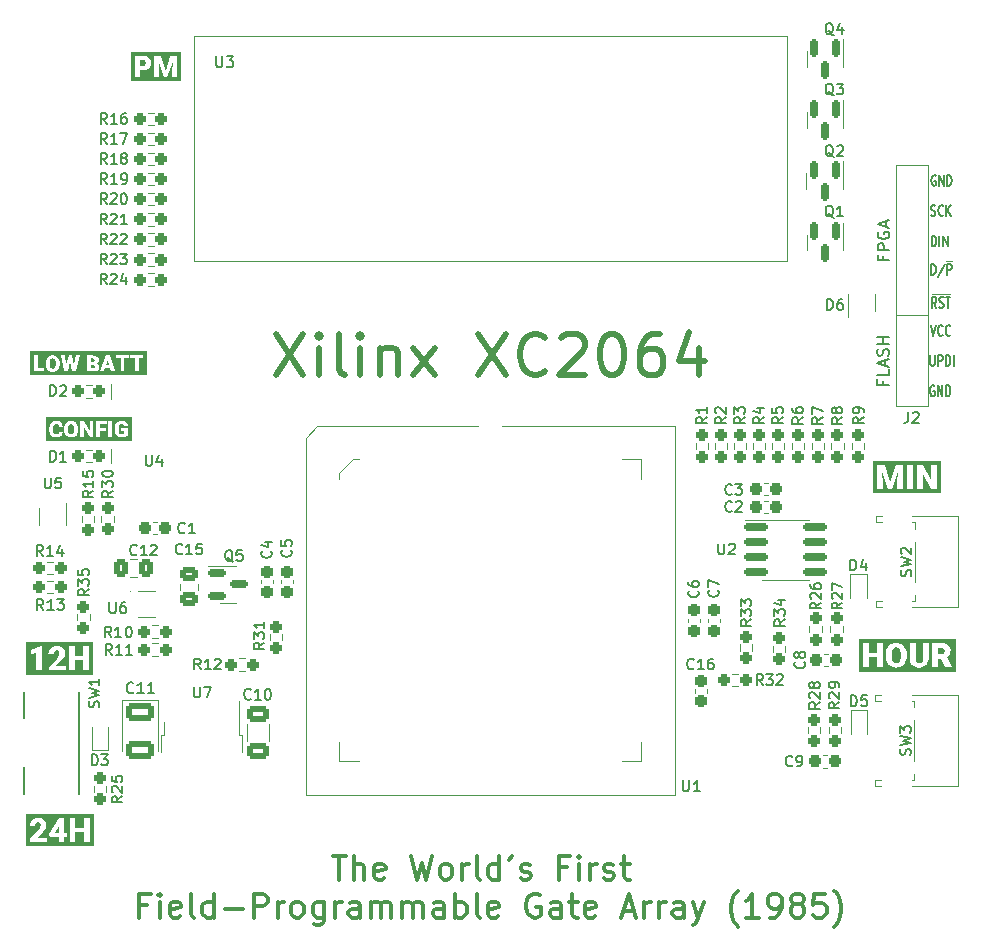
<source format=gto>
G04 #@! TF.GenerationSoftware,KiCad,Pcbnew,6.0.10-86aedd382b~118~ubuntu22.04.1*
G04 #@! TF.CreationDate,2023-04-18T16:49:58-04:00*
G04 #@! TF.ProjectId,firstfpga-clock,66697273-7466-4706-9761-2d636c6f636b,rev?*
G04 #@! TF.SameCoordinates,Original*
G04 #@! TF.FileFunction,Legend,Top*
G04 #@! TF.FilePolarity,Positive*
%FSLAX46Y46*%
G04 Gerber Fmt 4.6, Leading zero omitted, Abs format (unit mm)*
G04 Created by KiCad (PCBNEW 6.0.10-86aedd382b~118~ubuntu22.04.1) date 2023-04-18 16:49:58*
%MOMM*%
%LPD*%
G01*
G04 APERTURE LIST*
G04 Aperture macros list*
%AMRoundRect*
0 Rectangle with rounded corners*
0 $1 Rounding radius*
0 $2 $3 $4 $5 $6 $7 $8 $9 X,Y pos of 4 corners*
0 Add a 4 corners polygon primitive as box body*
4,1,4,$2,$3,$4,$5,$6,$7,$8,$9,$2,$3,0*
0 Add four circle primitives for the rounded corners*
1,1,$1+$1,$2,$3*
1,1,$1+$1,$4,$5*
1,1,$1+$1,$6,$7*
1,1,$1+$1,$8,$9*
0 Add four rect primitives between the rounded corners*
20,1,$1+$1,$2,$3,$4,$5,0*
20,1,$1+$1,$4,$5,$6,$7,0*
20,1,$1+$1,$6,$7,$8,$9,0*
20,1,$1+$1,$8,$9,$2,$3,0*%
G04 Aperture macros list end*
%ADD10C,0.100000*%
%ADD11C,0.120000*%
%ADD12C,0.150000*%
%ADD13C,0.300000*%
%ADD14C,0.153000*%
%ADD15C,0.500000*%
%ADD16RoundRect,0.237500X0.250000X0.237500X-0.250000X0.237500X-0.250000X-0.237500X0.250000X-0.237500X0*%
%ADD17C,6.000000*%
%ADD18RoundRect,0.150000X-0.150000X0.587500X-0.150000X-0.587500X0.150000X-0.587500X0.150000X0.587500X0*%
%ADD19RoundRect,0.237500X-0.237500X0.300000X-0.237500X-0.300000X0.237500X-0.300000X0.237500X0.300000X0*%
%ADD20RoundRect,0.237500X-0.250000X-0.237500X0.250000X-0.237500X0.250000X0.237500X-0.250000X0.237500X0*%
%ADD21RoundRect,0.150000X-0.825000X-0.150000X0.825000X-0.150000X0.825000X0.150000X-0.825000X0.150000X0*%
%ADD22RoundRect,0.237500X0.237500X-0.250000X0.237500X0.250000X-0.237500X0.250000X-0.237500X-0.250000X0*%
%ADD23RoundRect,0.237500X-0.300000X-0.237500X0.300000X-0.237500X0.300000X0.237500X-0.300000X0.237500X0*%
%ADD24R,1.200000X2.200000*%
%ADD25R,5.800000X6.400000*%
%ADD26RoundRect,0.250000X0.337500X0.475000X-0.337500X0.475000X-0.337500X-0.475000X0.337500X-0.475000X0*%
%ADD27RoundRect,0.250001X-0.924999X0.499999X-0.924999X-0.499999X0.924999X-0.499999X0.924999X0.499999X0*%
%ADD28RoundRect,0.237500X-0.237500X0.250000X-0.237500X-0.250000X0.237500X-0.250000X0.237500X0.250000X0*%
%ADD29R,0.400000X0.650000*%
%ADD30RoundRect,0.250000X0.475000X-0.337500X0.475000X0.337500X-0.475000X0.337500X-0.475000X-0.337500X0*%
%ADD31C,2.100000*%
%ADD32C,1.750000*%
%ADD33C,1.700000*%
%ADD34R,0.700000X1.925000*%
%ADD35R,1.925000X0.700000*%
%ADD36O,1.300000X2.000000*%
%ADD37RoundRect,0.150000X-0.587500X-0.150000X0.587500X-0.150000X0.587500X0.150000X-0.587500X0.150000X0*%
%ADD38R,0.670000X0.300000*%
%ADD39O,3.500000X2.200000*%
%ADD40R,2.500000X1.500000*%
%ADD41O,2.500000X1.500000*%
%ADD42RoundRect,0.237500X0.300000X0.237500X-0.300000X0.237500X-0.300000X-0.237500X0.300000X-0.237500X0*%
%ADD43RoundRect,0.250000X-0.650000X0.412500X-0.650000X-0.412500X0.650000X-0.412500X0.650000X0.412500X0*%
%ADD44R,1.700000X1.700000*%
%ADD45O,1.700000X1.700000*%
%ADD46R,0.900000X0.700000*%
%ADD47R,0.900000X0.400000*%
%ADD48R,0.700000X0.600000*%
%ADD49R,2.600000X2.600000*%
%ADD50C,2.600000*%
G04 APERTURE END LIST*
D10*
X233628645Y-55937000D02*
X234100000Y-55937856D01*
D11*
X162900000Y-73050000D02*
X162900000Y-71850000D01*
D10*
X232375000Y-58700000D02*
X233925000Y-58700000D01*
D11*
X162900000Y-67575000D02*
X162900000Y-66325000D01*
D12*
X232259523Y-63907142D02*
X232259523Y-64635714D01*
X232290476Y-64721428D01*
X232321428Y-64764285D01*
X232383333Y-64807142D01*
X232507142Y-64807142D01*
X232569047Y-64764285D01*
X232600000Y-64721428D01*
X232630952Y-64635714D01*
X232630952Y-63907142D01*
X232940476Y-64807142D02*
X232940476Y-63907142D01*
X233188095Y-63907142D01*
X233250000Y-63950000D01*
X233280952Y-63992857D01*
X233311904Y-64078571D01*
X233311904Y-64207142D01*
X233280952Y-64292857D01*
X233250000Y-64335714D01*
X233188095Y-64378571D01*
X232940476Y-64378571D01*
X233590476Y-64807142D02*
X233590476Y-63907142D01*
X233745238Y-63907142D01*
X233838095Y-63950000D01*
X233900000Y-64035714D01*
X233930952Y-64121428D01*
X233961904Y-64292857D01*
X233961904Y-64421428D01*
X233930952Y-64592857D01*
X233900000Y-64678571D01*
X233838095Y-64764285D01*
X233745238Y-64807142D01*
X233590476Y-64807142D01*
X234240476Y-64807142D02*
X234240476Y-63907142D01*
D13*
X181666666Y-106294761D02*
X182809523Y-106294761D01*
X182238095Y-108294761D02*
X182238095Y-106294761D01*
X183476190Y-108294761D02*
X183476190Y-106294761D01*
X184333333Y-108294761D02*
X184333333Y-107247142D01*
X184238095Y-107056666D01*
X184047619Y-106961428D01*
X183761904Y-106961428D01*
X183571428Y-107056666D01*
X183476190Y-107151904D01*
X186047619Y-108199523D02*
X185857142Y-108294761D01*
X185476190Y-108294761D01*
X185285714Y-108199523D01*
X185190476Y-108009047D01*
X185190476Y-107247142D01*
X185285714Y-107056666D01*
X185476190Y-106961428D01*
X185857142Y-106961428D01*
X186047619Y-107056666D01*
X186142857Y-107247142D01*
X186142857Y-107437619D01*
X185190476Y-107628095D01*
X188333333Y-106294761D02*
X188809523Y-108294761D01*
X189190476Y-106866190D01*
X189571428Y-108294761D01*
X190047619Y-106294761D01*
X191095238Y-108294761D02*
X190904761Y-108199523D01*
X190809523Y-108104285D01*
X190714285Y-107913809D01*
X190714285Y-107342380D01*
X190809523Y-107151904D01*
X190904761Y-107056666D01*
X191095238Y-106961428D01*
X191380952Y-106961428D01*
X191571428Y-107056666D01*
X191666666Y-107151904D01*
X191761904Y-107342380D01*
X191761904Y-107913809D01*
X191666666Y-108104285D01*
X191571428Y-108199523D01*
X191380952Y-108294761D01*
X191095238Y-108294761D01*
X192619047Y-108294761D02*
X192619047Y-106961428D01*
X192619047Y-107342380D02*
X192714285Y-107151904D01*
X192809523Y-107056666D01*
X193000000Y-106961428D01*
X193190476Y-106961428D01*
X194142857Y-108294761D02*
X193952380Y-108199523D01*
X193857142Y-108009047D01*
X193857142Y-106294761D01*
X195761904Y-108294761D02*
X195761904Y-106294761D01*
X195761904Y-108199523D02*
X195571428Y-108294761D01*
X195190476Y-108294761D01*
X195000000Y-108199523D01*
X194904761Y-108104285D01*
X194809523Y-107913809D01*
X194809523Y-107342380D01*
X194904761Y-107151904D01*
X195000000Y-107056666D01*
X195190476Y-106961428D01*
X195571428Y-106961428D01*
X195761904Y-107056666D01*
X196809523Y-106294761D02*
X196619047Y-106675714D01*
X197571428Y-108199523D02*
X197761904Y-108294761D01*
X198142857Y-108294761D01*
X198333333Y-108199523D01*
X198428571Y-108009047D01*
X198428571Y-107913809D01*
X198333333Y-107723333D01*
X198142857Y-107628095D01*
X197857142Y-107628095D01*
X197666666Y-107532857D01*
X197571428Y-107342380D01*
X197571428Y-107247142D01*
X197666666Y-107056666D01*
X197857142Y-106961428D01*
X198142857Y-106961428D01*
X198333333Y-107056666D01*
X201476190Y-107247142D02*
X200809523Y-107247142D01*
X200809523Y-108294761D02*
X200809523Y-106294761D01*
X201761904Y-106294761D01*
X202523809Y-108294761D02*
X202523809Y-106961428D01*
X202523809Y-106294761D02*
X202428571Y-106390000D01*
X202523809Y-106485238D01*
X202619047Y-106390000D01*
X202523809Y-106294761D01*
X202523809Y-106485238D01*
X203476190Y-108294761D02*
X203476190Y-106961428D01*
X203476190Y-107342380D02*
X203571428Y-107151904D01*
X203666666Y-107056666D01*
X203857142Y-106961428D01*
X204047619Y-106961428D01*
X204619047Y-108199523D02*
X204809523Y-108294761D01*
X205190476Y-108294761D01*
X205380952Y-108199523D01*
X205476190Y-108009047D01*
X205476190Y-107913809D01*
X205380952Y-107723333D01*
X205190476Y-107628095D01*
X204904761Y-107628095D01*
X204714285Y-107532857D01*
X204619047Y-107342380D01*
X204619047Y-107247142D01*
X204714285Y-107056666D01*
X204904761Y-106961428D01*
X205190476Y-106961428D01*
X205380952Y-107056666D01*
X206047619Y-106961428D02*
X206809523Y-106961428D01*
X206333333Y-106294761D02*
X206333333Y-108009047D01*
X206428571Y-108199523D01*
X206619047Y-108294761D01*
X206809523Y-108294761D01*
X165952380Y-110467142D02*
X165285714Y-110467142D01*
X165285714Y-111514761D02*
X165285714Y-109514761D01*
X166238095Y-109514761D01*
X166999999Y-111514761D02*
X166999999Y-110181428D01*
X166999999Y-109514761D02*
X166904761Y-109610000D01*
X166999999Y-109705238D01*
X167095238Y-109610000D01*
X166999999Y-109514761D01*
X166999999Y-109705238D01*
X168714285Y-111419523D02*
X168523809Y-111514761D01*
X168142857Y-111514761D01*
X167952380Y-111419523D01*
X167857142Y-111229047D01*
X167857142Y-110467142D01*
X167952380Y-110276666D01*
X168142857Y-110181428D01*
X168523809Y-110181428D01*
X168714285Y-110276666D01*
X168809523Y-110467142D01*
X168809523Y-110657619D01*
X167857142Y-110848095D01*
X169952380Y-111514761D02*
X169761904Y-111419523D01*
X169666666Y-111229047D01*
X169666666Y-109514761D01*
X171571428Y-111514761D02*
X171571428Y-109514761D01*
X171571428Y-111419523D02*
X171380952Y-111514761D01*
X170999999Y-111514761D01*
X170809523Y-111419523D01*
X170714285Y-111324285D01*
X170619047Y-111133809D01*
X170619047Y-110562380D01*
X170714285Y-110371904D01*
X170809523Y-110276666D01*
X170999999Y-110181428D01*
X171380952Y-110181428D01*
X171571428Y-110276666D01*
X172523809Y-110752857D02*
X174047619Y-110752857D01*
X174999999Y-111514761D02*
X174999999Y-109514761D01*
X175761904Y-109514761D01*
X175952380Y-109610000D01*
X176047619Y-109705238D01*
X176142857Y-109895714D01*
X176142857Y-110181428D01*
X176047619Y-110371904D01*
X175952380Y-110467142D01*
X175761904Y-110562380D01*
X174999999Y-110562380D01*
X176999999Y-111514761D02*
X176999999Y-110181428D01*
X176999999Y-110562380D02*
X177095238Y-110371904D01*
X177190476Y-110276666D01*
X177380952Y-110181428D01*
X177571428Y-110181428D01*
X178523809Y-111514761D02*
X178333333Y-111419523D01*
X178238095Y-111324285D01*
X178142857Y-111133809D01*
X178142857Y-110562380D01*
X178238095Y-110371904D01*
X178333333Y-110276666D01*
X178523809Y-110181428D01*
X178809523Y-110181428D01*
X178999999Y-110276666D01*
X179095238Y-110371904D01*
X179190476Y-110562380D01*
X179190476Y-111133809D01*
X179095238Y-111324285D01*
X178999999Y-111419523D01*
X178809523Y-111514761D01*
X178523809Y-111514761D01*
X180904761Y-110181428D02*
X180904761Y-111800476D01*
X180809523Y-111990952D01*
X180714285Y-112086190D01*
X180523809Y-112181428D01*
X180238095Y-112181428D01*
X180047619Y-112086190D01*
X180904761Y-111419523D02*
X180714285Y-111514761D01*
X180333333Y-111514761D01*
X180142857Y-111419523D01*
X180047619Y-111324285D01*
X179952380Y-111133809D01*
X179952380Y-110562380D01*
X180047619Y-110371904D01*
X180142857Y-110276666D01*
X180333333Y-110181428D01*
X180714285Y-110181428D01*
X180904761Y-110276666D01*
X181857142Y-111514761D02*
X181857142Y-110181428D01*
X181857142Y-110562380D02*
X181952380Y-110371904D01*
X182047619Y-110276666D01*
X182238095Y-110181428D01*
X182428571Y-110181428D01*
X183952380Y-111514761D02*
X183952380Y-110467142D01*
X183857142Y-110276666D01*
X183666666Y-110181428D01*
X183285714Y-110181428D01*
X183095238Y-110276666D01*
X183952380Y-111419523D02*
X183761904Y-111514761D01*
X183285714Y-111514761D01*
X183095238Y-111419523D01*
X182999999Y-111229047D01*
X182999999Y-111038571D01*
X183095238Y-110848095D01*
X183285714Y-110752857D01*
X183761904Y-110752857D01*
X183952380Y-110657619D01*
X184904761Y-111514761D02*
X184904761Y-110181428D01*
X184904761Y-110371904D02*
X184999999Y-110276666D01*
X185190476Y-110181428D01*
X185476190Y-110181428D01*
X185666666Y-110276666D01*
X185761904Y-110467142D01*
X185761904Y-111514761D01*
X185761904Y-110467142D02*
X185857142Y-110276666D01*
X186047619Y-110181428D01*
X186333333Y-110181428D01*
X186523809Y-110276666D01*
X186619047Y-110467142D01*
X186619047Y-111514761D01*
X187571428Y-111514761D02*
X187571428Y-110181428D01*
X187571428Y-110371904D02*
X187666666Y-110276666D01*
X187857142Y-110181428D01*
X188142857Y-110181428D01*
X188333333Y-110276666D01*
X188428571Y-110467142D01*
X188428571Y-111514761D01*
X188428571Y-110467142D02*
X188523809Y-110276666D01*
X188714285Y-110181428D01*
X188999999Y-110181428D01*
X189190476Y-110276666D01*
X189285714Y-110467142D01*
X189285714Y-111514761D01*
X191095238Y-111514761D02*
X191095238Y-110467142D01*
X191000000Y-110276666D01*
X190809523Y-110181428D01*
X190428571Y-110181428D01*
X190238095Y-110276666D01*
X191095238Y-111419523D02*
X190904761Y-111514761D01*
X190428571Y-111514761D01*
X190238095Y-111419523D01*
X190142857Y-111229047D01*
X190142857Y-111038571D01*
X190238095Y-110848095D01*
X190428571Y-110752857D01*
X190904761Y-110752857D01*
X191095238Y-110657619D01*
X192047619Y-111514761D02*
X192047619Y-109514761D01*
X192047619Y-110276666D02*
X192238095Y-110181428D01*
X192619047Y-110181428D01*
X192809523Y-110276666D01*
X192904761Y-110371904D01*
X193000000Y-110562380D01*
X193000000Y-111133809D01*
X192904761Y-111324285D01*
X192809523Y-111419523D01*
X192619047Y-111514761D01*
X192238095Y-111514761D01*
X192047619Y-111419523D01*
X194142857Y-111514761D02*
X193952380Y-111419523D01*
X193857142Y-111229047D01*
X193857142Y-109514761D01*
X195666666Y-111419523D02*
X195476190Y-111514761D01*
X195095238Y-111514761D01*
X194904761Y-111419523D01*
X194809523Y-111229047D01*
X194809523Y-110467142D01*
X194904761Y-110276666D01*
X195095238Y-110181428D01*
X195476190Y-110181428D01*
X195666666Y-110276666D01*
X195761904Y-110467142D01*
X195761904Y-110657619D01*
X194809523Y-110848095D01*
X199190476Y-109610000D02*
X199000000Y-109514761D01*
X198714285Y-109514761D01*
X198428571Y-109610000D01*
X198238095Y-109800476D01*
X198142857Y-109990952D01*
X198047619Y-110371904D01*
X198047619Y-110657619D01*
X198142857Y-111038571D01*
X198238095Y-111229047D01*
X198428571Y-111419523D01*
X198714285Y-111514761D01*
X198904761Y-111514761D01*
X199190476Y-111419523D01*
X199285714Y-111324285D01*
X199285714Y-110657619D01*
X198904761Y-110657619D01*
X201000000Y-111514761D02*
X201000000Y-110467142D01*
X200904761Y-110276666D01*
X200714285Y-110181428D01*
X200333333Y-110181428D01*
X200142857Y-110276666D01*
X201000000Y-111419523D02*
X200809523Y-111514761D01*
X200333333Y-111514761D01*
X200142857Y-111419523D01*
X200047619Y-111229047D01*
X200047619Y-111038571D01*
X200142857Y-110848095D01*
X200333333Y-110752857D01*
X200809523Y-110752857D01*
X201000000Y-110657619D01*
X201666666Y-110181428D02*
X202428571Y-110181428D01*
X201952380Y-109514761D02*
X201952380Y-111229047D01*
X202047619Y-111419523D01*
X202238095Y-111514761D01*
X202428571Y-111514761D01*
X203857142Y-111419523D02*
X203666666Y-111514761D01*
X203285714Y-111514761D01*
X203095238Y-111419523D01*
X202999999Y-111229047D01*
X202999999Y-110467142D01*
X203095238Y-110276666D01*
X203285714Y-110181428D01*
X203666666Y-110181428D01*
X203857142Y-110276666D01*
X203952380Y-110467142D01*
X203952380Y-110657619D01*
X202999999Y-110848095D01*
X206238095Y-110943333D02*
X207190476Y-110943333D01*
X206047619Y-111514761D02*
X206714285Y-109514761D01*
X207380952Y-111514761D01*
X208047619Y-111514761D02*
X208047619Y-110181428D01*
X208047619Y-110562380D02*
X208142857Y-110371904D01*
X208238095Y-110276666D01*
X208428571Y-110181428D01*
X208619047Y-110181428D01*
X209285714Y-111514761D02*
X209285714Y-110181428D01*
X209285714Y-110562380D02*
X209380952Y-110371904D01*
X209476190Y-110276666D01*
X209666666Y-110181428D01*
X209857142Y-110181428D01*
X211380952Y-111514761D02*
X211380952Y-110467142D01*
X211285714Y-110276666D01*
X211095238Y-110181428D01*
X210714285Y-110181428D01*
X210523809Y-110276666D01*
X211380952Y-111419523D02*
X211190476Y-111514761D01*
X210714285Y-111514761D01*
X210523809Y-111419523D01*
X210428571Y-111229047D01*
X210428571Y-111038571D01*
X210523809Y-110848095D01*
X210714285Y-110752857D01*
X211190476Y-110752857D01*
X211380952Y-110657619D01*
X212142857Y-110181428D02*
X212619047Y-111514761D01*
X213095238Y-110181428D02*
X212619047Y-111514761D01*
X212428571Y-111990952D01*
X212333333Y-112086190D01*
X212142857Y-112181428D01*
X215952380Y-112276666D02*
X215857142Y-112181428D01*
X215666666Y-111895714D01*
X215571428Y-111705238D01*
X215476190Y-111419523D01*
X215380952Y-110943333D01*
X215380952Y-110562380D01*
X215476190Y-110086190D01*
X215571428Y-109800476D01*
X215666666Y-109610000D01*
X215857142Y-109324285D01*
X215952380Y-109229047D01*
X217761904Y-111514761D02*
X216619047Y-111514761D01*
X217190476Y-111514761D02*
X217190476Y-109514761D01*
X216999999Y-109800476D01*
X216809523Y-109990952D01*
X216619047Y-110086190D01*
X218714285Y-111514761D02*
X219095238Y-111514761D01*
X219285714Y-111419523D01*
X219380952Y-111324285D01*
X219571428Y-111038571D01*
X219666666Y-110657619D01*
X219666666Y-109895714D01*
X219571428Y-109705238D01*
X219476190Y-109610000D01*
X219285714Y-109514761D01*
X218904761Y-109514761D01*
X218714285Y-109610000D01*
X218619047Y-109705238D01*
X218523809Y-109895714D01*
X218523809Y-110371904D01*
X218619047Y-110562380D01*
X218714285Y-110657619D01*
X218904761Y-110752857D01*
X219285714Y-110752857D01*
X219476190Y-110657619D01*
X219571428Y-110562380D01*
X219666666Y-110371904D01*
X220809523Y-110371904D02*
X220619047Y-110276666D01*
X220523809Y-110181428D01*
X220428571Y-109990952D01*
X220428571Y-109895714D01*
X220523809Y-109705238D01*
X220619047Y-109610000D01*
X220809523Y-109514761D01*
X221190476Y-109514761D01*
X221380952Y-109610000D01*
X221476190Y-109705238D01*
X221571428Y-109895714D01*
X221571428Y-109990952D01*
X221476190Y-110181428D01*
X221380952Y-110276666D01*
X221190476Y-110371904D01*
X220809523Y-110371904D01*
X220619047Y-110467142D01*
X220523809Y-110562380D01*
X220428571Y-110752857D01*
X220428571Y-111133809D01*
X220523809Y-111324285D01*
X220619047Y-111419523D01*
X220809523Y-111514761D01*
X221190476Y-111514761D01*
X221380952Y-111419523D01*
X221476190Y-111324285D01*
X221571428Y-111133809D01*
X221571428Y-110752857D01*
X221476190Y-110562380D01*
X221380952Y-110467142D01*
X221190476Y-110371904D01*
X223380952Y-109514761D02*
X222428571Y-109514761D01*
X222333333Y-110467142D01*
X222428571Y-110371904D01*
X222619047Y-110276666D01*
X223095238Y-110276666D01*
X223285714Y-110371904D01*
X223380952Y-110467142D01*
X223476190Y-110657619D01*
X223476190Y-111133809D01*
X223380952Y-111324285D01*
X223285714Y-111419523D01*
X223095238Y-111514761D01*
X222619047Y-111514761D01*
X222428571Y-111419523D01*
X222333333Y-111324285D01*
X224142857Y-112276666D02*
X224238095Y-112181428D01*
X224428571Y-111895714D01*
X224523809Y-111705238D01*
X224619047Y-111419523D01*
X224714285Y-110943333D01*
X224714285Y-110562380D01*
X224619047Y-110086190D01*
X224523809Y-109800476D01*
X224428571Y-109610000D01*
X224238095Y-109324285D01*
X224142857Y-109229047D01*
D14*
X228274571Y-55535714D02*
X228274571Y-55869047D01*
X228798380Y-55869047D02*
X227798380Y-55869047D01*
X227798380Y-55392857D01*
X228798380Y-55011904D02*
X227798380Y-55011904D01*
X227798380Y-54630952D01*
X227846000Y-54535714D01*
X227893619Y-54488095D01*
X227988857Y-54440476D01*
X228131714Y-54440476D01*
X228226952Y-54488095D01*
X228274571Y-54535714D01*
X228322190Y-54630952D01*
X228322190Y-55011904D01*
X227846000Y-53488095D02*
X227798380Y-53583333D01*
X227798380Y-53726190D01*
X227846000Y-53869047D01*
X227941238Y-53964285D01*
X228036476Y-54011904D01*
X228226952Y-54059523D01*
X228369809Y-54059523D01*
X228560285Y-54011904D01*
X228655523Y-53964285D01*
X228750761Y-53869047D01*
X228798380Y-53726190D01*
X228798380Y-53630952D01*
X228750761Y-53488095D01*
X228703142Y-53440476D01*
X228369809Y-53440476D01*
X228369809Y-53630952D01*
X228512666Y-53059523D02*
X228512666Y-52583333D01*
X228798380Y-53154761D02*
X227798380Y-52821428D01*
X228798380Y-52488095D01*
D12*
X232283333Y-61357142D02*
X232500000Y-62257142D01*
X232716666Y-61357142D01*
X233304761Y-62171428D02*
X233273809Y-62214285D01*
X233180952Y-62257142D01*
X233119047Y-62257142D01*
X233026190Y-62214285D01*
X232964285Y-62128571D01*
X232933333Y-62042857D01*
X232902380Y-61871428D01*
X232902380Y-61742857D01*
X232933333Y-61571428D01*
X232964285Y-61485714D01*
X233026190Y-61400000D01*
X233119047Y-61357142D01*
X233180952Y-61357142D01*
X233273809Y-61400000D01*
X233304761Y-61442857D01*
X233954761Y-62171428D02*
X233923809Y-62214285D01*
X233830952Y-62257142D01*
X233769047Y-62257142D01*
X233676190Y-62214285D01*
X233614285Y-62128571D01*
X233583333Y-62042857D01*
X233552380Y-61871428D01*
X233552380Y-61742857D01*
X233583333Y-61571428D01*
X233614285Y-61485714D01*
X233676190Y-61400000D01*
X233769047Y-61357142D01*
X233830952Y-61357142D01*
X233923809Y-61400000D01*
X233954761Y-61442857D01*
D15*
X176833333Y-62083333D02*
X179166666Y-65583333D01*
X179166666Y-62083333D02*
X176833333Y-65583333D01*
X180500000Y-65583333D02*
X180500000Y-63250000D01*
X180500000Y-62083333D02*
X180333333Y-62250000D01*
X180500000Y-62416666D01*
X180666666Y-62250000D01*
X180500000Y-62083333D01*
X180500000Y-62416666D01*
X182666666Y-65583333D02*
X182333333Y-65416666D01*
X182166666Y-65083333D01*
X182166666Y-62083333D01*
X184000000Y-65583333D02*
X184000000Y-63250000D01*
X184000000Y-62083333D02*
X183833333Y-62250000D01*
X184000000Y-62416666D01*
X184166666Y-62250000D01*
X184000000Y-62083333D01*
X184000000Y-62416666D01*
X185666666Y-63250000D02*
X185666666Y-65583333D01*
X185666666Y-63583333D02*
X185833333Y-63416666D01*
X186166666Y-63250000D01*
X186666666Y-63250000D01*
X187000000Y-63416666D01*
X187166666Y-63750000D01*
X187166666Y-65583333D01*
X188500000Y-65583333D02*
X190333333Y-63250000D01*
X188500000Y-63250000D02*
X190333333Y-65583333D01*
X194000000Y-62083333D02*
X196333333Y-65583333D01*
X196333333Y-62083333D02*
X194000000Y-65583333D01*
X199666666Y-65250000D02*
X199500000Y-65416666D01*
X199000000Y-65583333D01*
X198666666Y-65583333D01*
X198166666Y-65416666D01*
X197833333Y-65083333D01*
X197666666Y-64750000D01*
X197500000Y-64083333D01*
X197500000Y-63583333D01*
X197666666Y-62916666D01*
X197833333Y-62583333D01*
X198166666Y-62250000D01*
X198666666Y-62083333D01*
X199000000Y-62083333D01*
X199500000Y-62250000D01*
X199666666Y-62416666D01*
X201000000Y-62416666D02*
X201166666Y-62250000D01*
X201500000Y-62083333D01*
X202333333Y-62083333D01*
X202666666Y-62250000D01*
X202833333Y-62416666D01*
X203000000Y-62750000D01*
X203000000Y-63083333D01*
X202833333Y-63583333D01*
X200833333Y-65583333D01*
X203000000Y-65583333D01*
X205166666Y-62083333D02*
X205500000Y-62083333D01*
X205833333Y-62250000D01*
X206000000Y-62416666D01*
X206166666Y-62750000D01*
X206333333Y-63416666D01*
X206333333Y-64250000D01*
X206166666Y-64916666D01*
X206000000Y-65250000D01*
X205833333Y-65416666D01*
X205500000Y-65583333D01*
X205166666Y-65583333D01*
X204833333Y-65416666D01*
X204666666Y-65250000D01*
X204500000Y-64916666D01*
X204333333Y-64250000D01*
X204333333Y-63416666D01*
X204500000Y-62750000D01*
X204666666Y-62416666D01*
X204833333Y-62250000D01*
X205166666Y-62083333D01*
X209333333Y-62083333D02*
X208666666Y-62083333D01*
X208333333Y-62250000D01*
X208166666Y-62416666D01*
X207833333Y-62916666D01*
X207666666Y-63583333D01*
X207666666Y-64916666D01*
X207833333Y-65250000D01*
X208000000Y-65416666D01*
X208333333Y-65583333D01*
X209000000Y-65583333D01*
X209333333Y-65416666D01*
X209500000Y-65250000D01*
X209666666Y-64916666D01*
X209666666Y-64083333D01*
X209500000Y-63750000D01*
X209333333Y-63583333D01*
X209000000Y-63416666D01*
X208333333Y-63416666D01*
X208000000Y-63583333D01*
X207833333Y-63750000D01*
X207666666Y-64083333D01*
X212666666Y-63250000D02*
X212666666Y-65583333D01*
X211833333Y-61916666D02*
X211000000Y-64416666D01*
X213166666Y-64416666D01*
D12*
X232314285Y-52051285D02*
X232407142Y-52094142D01*
X232561904Y-52094142D01*
X232623809Y-52051285D01*
X232654761Y-52008428D01*
X232685714Y-51922714D01*
X232685714Y-51837000D01*
X232654761Y-51751285D01*
X232623809Y-51708428D01*
X232561904Y-51665571D01*
X232438095Y-51622714D01*
X232376190Y-51579857D01*
X232345238Y-51537000D01*
X232314285Y-51451285D01*
X232314285Y-51365571D01*
X232345238Y-51279857D01*
X232376190Y-51237000D01*
X232438095Y-51194142D01*
X232592857Y-51194142D01*
X232685714Y-51237000D01*
X233335714Y-52008428D02*
X233304761Y-52051285D01*
X233211904Y-52094142D01*
X233150000Y-52094142D01*
X233057142Y-52051285D01*
X232995238Y-51965571D01*
X232964285Y-51879857D01*
X232933333Y-51708428D01*
X232933333Y-51579857D01*
X232964285Y-51408428D01*
X232995238Y-51322714D01*
X233057142Y-51237000D01*
X233150000Y-51194142D01*
X233211904Y-51194142D01*
X233304761Y-51237000D01*
X233335714Y-51279857D01*
X233614285Y-52094142D02*
X233614285Y-51194142D01*
X233985714Y-52094142D02*
X233707142Y-51579857D01*
X233985714Y-51194142D02*
X233614285Y-51708428D01*
D14*
X228227771Y-66090476D02*
X228227771Y-66423809D01*
X228751580Y-66423809D02*
X227751580Y-66423809D01*
X227751580Y-65947619D01*
X228751580Y-65090476D02*
X228751580Y-65566666D01*
X227751580Y-65566666D01*
X228465866Y-64804761D02*
X228465866Y-64328571D01*
X228751580Y-64900000D02*
X227751580Y-64566666D01*
X228751580Y-64233333D01*
X228703961Y-63947619D02*
X228751580Y-63804761D01*
X228751580Y-63566666D01*
X228703961Y-63471428D01*
X228656342Y-63423809D01*
X228561104Y-63376190D01*
X228465866Y-63376190D01*
X228370628Y-63423809D01*
X228323009Y-63471428D01*
X228275390Y-63566666D01*
X228227771Y-63757142D01*
X228180152Y-63852380D01*
X228132533Y-63900000D01*
X228037295Y-63947619D01*
X227942057Y-63947619D01*
X227846819Y-63900000D01*
X227799200Y-63852380D01*
X227751580Y-63757142D01*
X227751580Y-63519047D01*
X227799200Y-63376190D01*
X228751580Y-62947619D02*
X227751580Y-62947619D01*
X228227771Y-62947619D02*
X228227771Y-62376190D01*
X228751580Y-62376190D02*
X227751580Y-62376190D01*
D12*
X232704761Y-48687000D02*
X232642857Y-48644142D01*
X232550000Y-48644142D01*
X232457142Y-48687000D01*
X232395238Y-48772714D01*
X232364285Y-48858428D01*
X232333333Y-49029857D01*
X232333333Y-49158428D01*
X232364285Y-49329857D01*
X232395238Y-49415571D01*
X232457142Y-49501285D01*
X232550000Y-49544142D01*
X232611904Y-49544142D01*
X232704761Y-49501285D01*
X232735714Y-49458428D01*
X232735714Y-49158428D01*
X232611904Y-49158428D01*
X233014285Y-49544142D02*
X233014285Y-48644142D01*
X233385714Y-49544142D01*
X233385714Y-48644142D01*
X233695238Y-49544142D02*
X233695238Y-48644142D01*
X233850000Y-48644142D01*
X233942857Y-48687000D01*
X234004761Y-48772714D01*
X234035714Y-48858428D01*
X234066666Y-49029857D01*
X234066666Y-49158428D01*
X234035714Y-49329857D01*
X234004761Y-49415571D01*
X233942857Y-49501285D01*
X233850000Y-49544142D01*
X233695238Y-49544142D01*
X232604761Y-66500000D02*
X232542857Y-66457142D01*
X232450000Y-66457142D01*
X232357142Y-66500000D01*
X232295238Y-66585714D01*
X232264285Y-66671428D01*
X232233333Y-66842857D01*
X232233333Y-66971428D01*
X232264285Y-67142857D01*
X232295238Y-67228571D01*
X232357142Y-67314285D01*
X232450000Y-67357142D01*
X232511904Y-67357142D01*
X232604761Y-67314285D01*
X232635714Y-67271428D01*
X232635714Y-66971428D01*
X232511904Y-66971428D01*
X232914285Y-67357142D02*
X232914285Y-66457142D01*
X233285714Y-67357142D01*
X233285714Y-66457142D01*
X233595238Y-67357142D02*
X233595238Y-66457142D01*
X233750000Y-66457142D01*
X233842857Y-66500000D01*
X233904761Y-66585714D01*
X233935714Y-66671428D01*
X233966666Y-66842857D01*
X233966666Y-66971428D01*
X233935714Y-67142857D01*
X233904761Y-67228571D01*
X233842857Y-67314285D01*
X233750000Y-67357142D01*
X233595238Y-67357142D01*
X232384523Y-54694142D02*
X232384523Y-53794142D01*
X232539285Y-53794142D01*
X232632142Y-53837000D01*
X232694047Y-53922714D01*
X232725000Y-54008428D01*
X232755952Y-54179857D01*
X232755952Y-54308428D01*
X232725000Y-54479857D01*
X232694047Y-54565571D01*
X232632142Y-54651285D01*
X232539285Y-54694142D01*
X232384523Y-54694142D01*
X233034523Y-54694142D02*
X233034523Y-53794142D01*
X233344047Y-54694142D02*
X233344047Y-53794142D01*
X233715476Y-54694142D01*
X233715476Y-53794142D01*
X232360640Y-57084142D02*
X232360640Y-56184142D01*
X232515402Y-56184142D01*
X232608259Y-56227000D01*
X232670164Y-56312714D01*
X232701116Y-56398428D01*
X232732069Y-56569857D01*
X232732069Y-56698428D01*
X232701116Y-56869857D01*
X232670164Y-56955571D01*
X232608259Y-57041285D01*
X232515402Y-57084142D01*
X232360640Y-57084142D01*
X233474926Y-56141285D02*
X232917783Y-57298428D01*
X233691593Y-57084142D02*
X233691593Y-56184142D01*
X233939212Y-56184142D01*
X234001116Y-56227000D01*
X234032069Y-56269857D01*
X234063021Y-56355571D01*
X234063021Y-56484142D01*
X234032069Y-56569857D01*
X234001116Y-56612714D01*
X233939212Y-56655571D01*
X233691593Y-56655571D01*
X232769047Y-59869142D02*
X232552380Y-59440571D01*
X232397619Y-59869142D02*
X232397619Y-58969142D01*
X232645238Y-58969142D01*
X232707142Y-59012000D01*
X232738095Y-59054857D01*
X232769047Y-59140571D01*
X232769047Y-59269142D01*
X232738095Y-59354857D01*
X232707142Y-59397714D01*
X232645238Y-59440571D01*
X232397619Y-59440571D01*
X233016666Y-59826285D02*
X233109523Y-59869142D01*
X233264285Y-59869142D01*
X233326190Y-59826285D01*
X233357142Y-59783428D01*
X233388095Y-59697714D01*
X233388095Y-59612000D01*
X233357142Y-59526285D01*
X233326190Y-59483428D01*
X233264285Y-59440571D01*
X233140476Y-59397714D01*
X233078571Y-59354857D01*
X233047619Y-59312000D01*
X233016666Y-59226285D01*
X233016666Y-59140571D01*
X233047619Y-59054857D01*
X233078571Y-59012000D01*
X233140476Y-58969142D01*
X233295238Y-58969142D01*
X233388095Y-59012000D01*
X233573809Y-58969142D02*
X233945238Y-58969142D01*
X233759523Y-59869142D02*
X233759523Y-58969142D01*
D14*
X218058928Y-91832142D02*
X217758928Y-91403571D01*
X217544642Y-91832142D02*
X217544642Y-90932142D01*
X217887500Y-90932142D01*
X217973214Y-90975000D01*
X218016071Y-91017857D01*
X218058928Y-91103571D01*
X218058928Y-91232142D01*
X218016071Y-91317857D01*
X217973214Y-91360714D01*
X217887500Y-91403571D01*
X217544642Y-91403571D01*
X218358928Y-90932142D02*
X218916071Y-90932142D01*
X218616071Y-91275000D01*
X218744642Y-91275000D01*
X218830357Y-91317857D01*
X218873214Y-91360714D01*
X218916071Y-91446428D01*
X218916071Y-91660714D01*
X218873214Y-91746428D01*
X218830357Y-91789285D01*
X218744642Y-91832142D01*
X218487500Y-91832142D01*
X218401785Y-91789285D01*
X218358928Y-91746428D01*
X219258928Y-91017857D02*
X219301785Y-90975000D01*
X219387500Y-90932142D01*
X219601785Y-90932142D01*
X219687500Y-90975000D01*
X219730357Y-91017857D01*
X219773214Y-91103571D01*
X219773214Y-91189285D01*
X219730357Y-91317857D01*
X219216071Y-91832142D01*
X219773214Y-91832142D01*
X224064285Y-41892857D02*
X223978571Y-41850000D01*
X223892857Y-41764285D01*
X223764285Y-41635714D01*
X223678571Y-41592857D01*
X223592857Y-41592857D01*
X223635714Y-41807142D02*
X223550000Y-41764285D01*
X223464285Y-41678571D01*
X223421428Y-41507142D01*
X223421428Y-41207142D01*
X223464285Y-41035714D01*
X223550000Y-40950000D01*
X223635714Y-40907142D01*
X223807142Y-40907142D01*
X223892857Y-40950000D01*
X223978571Y-41035714D01*
X224021428Y-41207142D01*
X224021428Y-41507142D01*
X223978571Y-41678571D01*
X223892857Y-41764285D01*
X223807142Y-41807142D01*
X223635714Y-41807142D01*
X224321428Y-40907142D02*
X224878571Y-40907142D01*
X224578571Y-41250000D01*
X224707142Y-41250000D01*
X224792857Y-41292857D01*
X224835714Y-41335714D01*
X224878571Y-41421428D01*
X224878571Y-41635714D01*
X224835714Y-41721428D01*
X224792857Y-41764285D01*
X224707142Y-41807142D01*
X224450000Y-41807142D01*
X224364285Y-41764285D01*
X224321428Y-41721428D01*
X214271428Y-83815000D02*
X214314285Y-83857857D01*
X214357142Y-83986428D01*
X214357142Y-84072142D01*
X214314285Y-84200714D01*
X214228571Y-84286428D01*
X214142857Y-84329285D01*
X213971428Y-84372142D01*
X213842857Y-84372142D01*
X213671428Y-84329285D01*
X213585714Y-84286428D01*
X213500000Y-84200714D01*
X213457142Y-84072142D01*
X213457142Y-83986428D01*
X213500000Y-83857857D01*
X213542857Y-83815000D01*
X213457142Y-83515000D02*
X213457142Y-82915000D01*
X214357142Y-83300714D01*
X162946428Y-89257142D02*
X162646428Y-88828571D01*
X162432142Y-89257142D02*
X162432142Y-88357142D01*
X162775000Y-88357142D01*
X162860714Y-88400000D01*
X162903571Y-88442857D01*
X162946428Y-88528571D01*
X162946428Y-88657142D01*
X162903571Y-88742857D01*
X162860714Y-88785714D01*
X162775000Y-88828571D01*
X162432142Y-88828571D01*
X163803571Y-89257142D02*
X163289285Y-89257142D01*
X163546428Y-89257142D02*
X163546428Y-88357142D01*
X163460714Y-88485714D01*
X163375000Y-88571428D01*
X163289285Y-88614285D01*
X164660714Y-89257142D02*
X164146428Y-89257142D01*
X164403571Y-89257142D02*
X164403571Y-88357142D01*
X164317857Y-88485714D01*
X164232142Y-88571428D01*
X164146428Y-88614285D01*
X214314285Y-79857142D02*
X214314285Y-80585714D01*
X214357142Y-80671428D01*
X214400000Y-80714285D01*
X214485714Y-80757142D01*
X214657142Y-80757142D01*
X214742857Y-80714285D01*
X214785714Y-80671428D01*
X214828571Y-80585714D01*
X214828571Y-79857142D01*
X215214285Y-79942857D02*
X215257142Y-79900000D01*
X215342857Y-79857142D01*
X215557142Y-79857142D01*
X215642857Y-79900000D01*
X215685714Y-79942857D01*
X215728571Y-80028571D01*
X215728571Y-80114285D01*
X215685714Y-80242857D01*
X215171428Y-80757142D01*
X215728571Y-80757142D01*
X163857142Y-101228571D02*
X163428571Y-101528571D01*
X163857142Y-101742857D02*
X162957142Y-101742857D01*
X162957142Y-101400000D01*
X163000000Y-101314285D01*
X163042857Y-101271428D01*
X163128571Y-101228571D01*
X163257142Y-101228571D01*
X163342857Y-101271428D01*
X163385714Y-101314285D01*
X163428571Y-101400000D01*
X163428571Y-101742857D01*
X163042857Y-100885714D02*
X163000000Y-100842857D01*
X162957142Y-100757142D01*
X162957142Y-100542857D01*
X163000000Y-100457142D01*
X163042857Y-100414285D01*
X163128571Y-100371428D01*
X163214285Y-100371428D01*
X163342857Y-100414285D01*
X163857142Y-100928571D01*
X163857142Y-100371428D01*
X162957142Y-99557142D02*
X162957142Y-99985714D01*
X163385714Y-100028571D01*
X163342857Y-99985714D01*
X163300000Y-99900000D01*
X163300000Y-99685714D01*
X163342857Y-99600000D01*
X163385714Y-99557142D01*
X163471428Y-99514285D01*
X163685714Y-99514285D01*
X163771428Y-99557142D01*
X163814285Y-99600000D01*
X163857142Y-99685714D01*
X163857142Y-99900000D01*
X163814285Y-99985714D01*
X163771428Y-100028571D01*
X224064285Y-47092857D02*
X223978571Y-47050000D01*
X223892857Y-46964285D01*
X223764285Y-46835714D01*
X223678571Y-46792857D01*
X223592857Y-46792857D01*
X223635714Y-47007142D02*
X223550000Y-46964285D01*
X223464285Y-46878571D01*
X223421428Y-46707142D01*
X223421428Y-46407142D01*
X223464285Y-46235714D01*
X223550000Y-46150000D01*
X223635714Y-46107142D01*
X223807142Y-46107142D01*
X223892857Y-46150000D01*
X223978571Y-46235714D01*
X224021428Y-46407142D01*
X224021428Y-46707142D01*
X223978571Y-46878571D01*
X223892857Y-46964285D01*
X223807142Y-47007142D01*
X223635714Y-47007142D01*
X224364285Y-46192857D02*
X224407142Y-46150000D01*
X224492857Y-46107142D01*
X224707142Y-46107142D01*
X224792857Y-46150000D01*
X224835714Y-46192857D01*
X224878571Y-46278571D01*
X224878571Y-46364285D01*
X224835714Y-46492857D01*
X224321428Y-47007142D01*
X224878571Y-47007142D01*
X162521428Y-54507142D02*
X162221428Y-54078571D01*
X162007142Y-54507142D02*
X162007142Y-53607142D01*
X162350000Y-53607142D01*
X162435714Y-53650000D01*
X162478571Y-53692857D01*
X162521428Y-53778571D01*
X162521428Y-53907142D01*
X162478571Y-53992857D01*
X162435714Y-54035714D01*
X162350000Y-54078571D01*
X162007142Y-54078571D01*
X162864285Y-53692857D02*
X162907142Y-53650000D01*
X162992857Y-53607142D01*
X163207142Y-53607142D01*
X163292857Y-53650000D01*
X163335714Y-53692857D01*
X163378571Y-53778571D01*
X163378571Y-53864285D01*
X163335714Y-53992857D01*
X162821428Y-54507142D01*
X163378571Y-54507142D01*
X163721428Y-53692857D02*
X163764285Y-53650000D01*
X163850000Y-53607142D01*
X164064285Y-53607142D01*
X164150000Y-53650000D01*
X164192857Y-53692857D01*
X164235714Y-53778571D01*
X164235714Y-53864285D01*
X164192857Y-53992857D01*
X163678571Y-54507142D01*
X164235714Y-54507142D01*
X162531428Y-44307142D02*
X162231428Y-43878571D01*
X162017142Y-44307142D02*
X162017142Y-43407142D01*
X162360000Y-43407142D01*
X162445714Y-43450000D01*
X162488571Y-43492857D01*
X162531428Y-43578571D01*
X162531428Y-43707142D01*
X162488571Y-43792857D01*
X162445714Y-43835714D01*
X162360000Y-43878571D01*
X162017142Y-43878571D01*
X163388571Y-44307142D02*
X162874285Y-44307142D01*
X163131428Y-44307142D02*
X163131428Y-43407142D01*
X163045714Y-43535714D01*
X162960000Y-43621428D01*
X162874285Y-43664285D01*
X164160000Y-43407142D02*
X163988571Y-43407142D01*
X163902857Y-43450000D01*
X163860000Y-43492857D01*
X163774285Y-43621428D01*
X163731428Y-43792857D01*
X163731428Y-44135714D01*
X163774285Y-44221428D01*
X163817142Y-44264285D01*
X163902857Y-44307142D01*
X164074285Y-44307142D01*
X164160000Y-44264285D01*
X164202857Y-44221428D01*
X164245714Y-44135714D01*
X164245714Y-43921428D01*
X164202857Y-43835714D01*
X164160000Y-43792857D01*
X164074285Y-43750000D01*
X163902857Y-43750000D01*
X163817142Y-43792857D01*
X163774285Y-43835714D01*
X163731428Y-43921428D01*
X219957142Y-86278571D02*
X219528571Y-86578571D01*
X219957142Y-86792857D02*
X219057142Y-86792857D01*
X219057142Y-86450000D01*
X219100000Y-86364285D01*
X219142857Y-86321428D01*
X219228571Y-86278571D01*
X219357142Y-86278571D01*
X219442857Y-86321428D01*
X219485714Y-86364285D01*
X219528571Y-86450000D01*
X219528571Y-86792857D01*
X219057142Y-85978571D02*
X219057142Y-85421428D01*
X219400000Y-85721428D01*
X219400000Y-85592857D01*
X219442857Y-85507142D01*
X219485714Y-85464285D01*
X219571428Y-85421428D01*
X219785714Y-85421428D01*
X219871428Y-85464285D01*
X219914285Y-85507142D01*
X219957142Y-85592857D01*
X219957142Y-85850000D01*
X219914285Y-85935714D01*
X219871428Y-85978571D01*
X219357142Y-84650000D02*
X219957142Y-84650000D01*
X219014285Y-84864285D02*
X219657142Y-85078571D01*
X219657142Y-84521428D01*
X215450000Y-77071428D02*
X215407142Y-77114285D01*
X215278571Y-77157142D01*
X215192857Y-77157142D01*
X215064285Y-77114285D01*
X214978571Y-77028571D01*
X214935714Y-76942857D01*
X214892857Y-76771428D01*
X214892857Y-76642857D01*
X214935714Y-76471428D01*
X214978571Y-76385714D01*
X215064285Y-76300000D01*
X215192857Y-76257142D01*
X215278571Y-76257142D01*
X215407142Y-76300000D01*
X215450000Y-76342857D01*
X215792857Y-76342857D02*
X215835714Y-76300000D01*
X215921428Y-76257142D01*
X216135714Y-76257142D01*
X216221428Y-76300000D01*
X216264285Y-76342857D01*
X216307142Y-76428571D01*
X216307142Y-76514285D01*
X216264285Y-76642857D01*
X215750000Y-77157142D01*
X216307142Y-77157142D01*
X169914285Y-91957142D02*
X169914285Y-92685714D01*
X169957142Y-92771428D01*
X170000000Y-92814285D01*
X170085714Y-92857142D01*
X170257142Y-92857142D01*
X170342857Y-92814285D01*
X170385714Y-92771428D01*
X170428571Y-92685714D01*
X170428571Y-91957142D01*
X170771428Y-91957142D02*
X171371428Y-91957142D01*
X170985714Y-92857142D01*
X162521428Y-57907142D02*
X162221428Y-57478571D01*
X162007142Y-57907142D02*
X162007142Y-57007142D01*
X162350000Y-57007142D01*
X162435714Y-57050000D01*
X162478571Y-57092857D01*
X162521428Y-57178571D01*
X162521428Y-57307142D01*
X162478571Y-57392857D01*
X162435714Y-57435714D01*
X162350000Y-57478571D01*
X162007142Y-57478571D01*
X162864285Y-57092857D02*
X162907142Y-57050000D01*
X162992857Y-57007142D01*
X163207142Y-57007142D01*
X163292857Y-57050000D01*
X163335714Y-57092857D01*
X163378571Y-57178571D01*
X163378571Y-57264285D01*
X163335714Y-57392857D01*
X162821428Y-57907142D01*
X163378571Y-57907142D01*
X164150000Y-57307142D02*
X164150000Y-57907142D01*
X163935714Y-56964285D02*
X163721428Y-57607142D01*
X164278571Y-57607142D01*
X178121428Y-80400000D02*
X178164285Y-80442857D01*
X178207142Y-80571428D01*
X178207142Y-80657142D01*
X178164285Y-80785714D01*
X178078571Y-80871428D01*
X177992857Y-80914285D01*
X177821428Y-80957142D01*
X177692857Y-80957142D01*
X177521428Y-80914285D01*
X177435714Y-80871428D01*
X177350000Y-80785714D01*
X177307142Y-80657142D01*
X177307142Y-80571428D01*
X177350000Y-80442857D01*
X177392857Y-80400000D01*
X177307142Y-79585714D02*
X177307142Y-80014285D01*
X177735714Y-80057142D01*
X177692857Y-80014285D01*
X177650000Y-79928571D01*
X177650000Y-79714285D01*
X177692857Y-79628571D01*
X177735714Y-79585714D01*
X177821428Y-79542857D01*
X178035714Y-79542857D01*
X178121428Y-79585714D01*
X178164285Y-79628571D01*
X178207142Y-79714285D01*
X178207142Y-79928571D01*
X178164285Y-80014285D01*
X178121428Y-80057142D01*
X165071428Y-80771428D02*
X165028571Y-80814285D01*
X164900000Y-80857142D01*
X164814285Y-80857142D01*
X164685714Y-80814285D01*
X164600000Y-80728571D01*
X164557142Y-80642857D01*
X164514285Y-80471428D01*
X164514285Y-80342857D01*
X164557142Y-80171428D01*
X164600000Y-80085714D01*
X164685714Y-80000000D01*
X164814285Y-79957142D01*
X164900000Y-79957142D01*
X165028571Y-80000000D01*
X165071428Y-80042857D01*
X165928571Y-80857142D02*
X165414285Y-80857142D01*
X165671428Y-80857142D02*
X165671428Y-79957142D01*
X165585714Y-80085714D01*
X165500000Y-80171428D01*
X165414285Y-80214285D01*
X166271428Y-80042857D02*
X166314285Y-80000000D01*
X166400000Y-79957142D01*
X166614285Y-79957142D01*
X166700000Y-80000000D01*
X166742857Y-80042857D01*
X166785714Y-80128571D01*
X166785714Y-80214285D01*
X166742857Y-80342857D01*
X166228571Y-80857142D01*
X166785714Y-80857142D01*
X212221428Y-90421428D02*
X212178571Y-90464285D01*
X212050000Y-90507142D01*
X211964285Y-90507142D01*
X211835714Y-90464285D01*
X211750000Y-90378571D01*
X211707142Y-90292857D01*
X211664285Y-90121428D01*
X211664285Y-89992857D01*
X211707142Y-89821428D01*
X211750000Y-89735714D01*
X211835714Y-89650000D01*
X211964285Y-89607142D01*
X212050000Y-89607142D01*
X212178571Y-89650000D01*
X212221428Y-89692857D01*
X213078571Y-90507142D02*
X212564285Y-90507142D01*
X212821428Y-90507142D02*
X212821428Y-89607142D01*
X212735714Y-89735714D01*
X212650000Y-89821428D01*
X212564285Y-89864285D01*
X213850000Y-89607142D02*
X213678571Y-89607142D01*
X213592857Y-89650000D01*
X213550000Y-89692857D01*
X213464285Y-89821428D01*
X213421428Y-89992857D01*
X213421428Y-90335714D01*
X213464285Y-90421428D01*
X213507142Y-90464285D01*
X213592857Y-90507142D01*
X213764285Y-90507142D01*
X213850000Y-90464285D01*
X213892857Y-90421428D01*
X213935714Y-90335714D01*
X213935714Y-90121428D01*
X213892857Y-90035714D01*
X213850000Y-89992857D01*
X213764285Y-89950000D01*
X213592857Y-89950000D01*
X213507142Y-89992857D01*
X213464285Y-90035714D01*
X213421428Y-90121428D01*
X162533928Y-49407142D02*
X162233928Y-48978571D01*
X162019642Y-49407142D02*
X162019642Y-48507142D01*
X162362500Y-48507142D01*
X162448214Y-48550000D01*
X162491071Y-48592857D01*
X162533928Y-48678571D01*
X162533928Y-48807142D01*
X162491071Y-48892857D01*
X162448214Y-48935714D01*
X162362500Y-48978571D01*
X162019642Y-48978571D01*
X163391071Y-49407142D02*
X162876785Y-49407142D01*
X163133928Y-49407142D02*
X163133928Y-48507142D01*
X163048214Y-48635714D01*
X162962500Y-48721428D01*
X162876785Y-48764285D01*
X163819642Y-49407142D02*
X163991071Y-49407142D01*
X164076785Y-49364285D01*
X164119642Y-49321428D01*
X164205357Y-49192857D01*
X164248214Y-49021428D01*
X164248214Y-48678571D01*
X164205357Y-48592857D01*
X164162500Y-48550000D01*
X164076785Y-48507142D01*
X163905357Y-48507142D01*
X163819642Y-48550000D01*
X163776785Y-48592857D01*
X163733928Y-48678571D01*
X163733928Y-48892857D01*
X163776785Y-48978571D01*
X163819642Y-49021428D01*
X163905357Y-49064285D01*
X164076785Y-49064285D01*
X164162500Y-49021428D01*
X164205357Y-48978571D01*
X164248214Y-48892857D01*
X164791428Y-92421428D02*
X164748571Y-92464285D01*
X164620000Y-92507142D01*
X164534285Y-92507142D01*
X164405714Y-92464285D01*
X164320000Y-92378571D01*
X164277142Y-92292857D01*
X164234285Y-92121428D01*
X164234285Y-91992857D01*
X164277142Y-91821428D01*
X164320000Y-91735714D01*
X164405714Y-91650000D01*
X164534285Y-91607142D01*
X164620000Y-91607142D01*
X164748571Y-91650000D01*
X164791428Y-91692857D01*
X165648571Y-92507142D02*
X165134285Y-92507142D01*
X165391428Y-92507142D02*
X165391428Y-91607142D01*
X165305714Y-91735714D01*
X165220000Y-91821428D01*
X165134285Y-91864285D01*
X166505714Y-92507142D02*
X165991428Y-92507142D01*
X166248571Y-92507142D02*
X166248571Y-91607142D01*
X166162857Y-91735714D01*
X166077142Y-91821428D01*
X165991428Y-91864285D01*
X220575000Y-98621428D02*
X220532142Y-98664285D01*
X220403571Y-98707142D01*
X220317857Y-98707142D01*
X220189285Y-98664285D01*
X220103571Y-98578571D01*
X220060714Y-98492857D01*
X220017857Y-98321428D01*
X220017857Y-98192857D01*
X220060714Y-98021428D01*
X220103571Y-97935714D01*
X220189285Y-97850000D01*
X220317857Y-97807142D01*
X220403571Y-97807142D01*
X220532142Y-97850000D01*
X220575000Y-97892857D01*
X221003571Y-98707142D02*
X221175000Y-98707142D01*
X221260714Y-98664285D01*
X221303571Y-98621428D01*
X221389285Y-98492857D01*
X221432142Y-98321428D01*
X221432142Y-97978571D01*
X221389285Y-97892857D01*
X221346428Y-97850000D01*
X221260714Y-97807142D01*
X221089285Y-97807142D01*
X221003571Y-97850000D01*
X220960714Y-97892857D01*
X220917857Y-97978571D01*
X220917857Y-98192857D01*
X220960714Y-98278571D01*
X221003571Y-98321428D01*
X221089285Y-98364285D01*
X221260714Y-98364285D01*
X221346428Y-98321428D01*
X221389285Y-98278571D01*
X221432142Y-98192857D01*
X214957142Y-69150000D02*
X214528571Y-69450000D01*
X214957142Y-69664285D02*
X214057142Y-69664285D01*
X214057142Y-69321428D01*
X214100000Y-69235714D01*
X214142857Y-69192857D01*
X214228571Y-69150000D01*
X214357142Y-69150000D01*
X214442857Y-69192857D01*
X214485714Y-69235714D01*
X214528571Y-69321428D01*
X214528571Y-69664285D01*
X214142857Y-68807142D02*
X214100000Y-68764285D01*
X214057142Y-68678571D01*
X214057142Y-68464285D01*
X214100000Y-68378571D01*
X214142857Y-68335714D01*
X214228571Y-68292857D01*
X214314285Y-68292857D01*
X214442857Y-68335714D01*
X214957142Y-68850000D01*
X214957142Y-68292857D01*
X223132142Y-69175000D02*
X222703571Y-69475000D01*
X223132142Y-69689285D02*
X222232142Y-69689285D01*
X222232142Y-69346428D01*
X222275000Y-69260714D01*
X222317857Y-69217857D01*
X222403571Y-69175000D01*
X222532142Y-69175000D01*
X222617857Y-69217857D01*
X222660714Y-69260714D01*
X222703571Y-69346428D01*
X222703571Y-69689285D01*
X222232142Y-68875000D02*
X222232142Y-68275000D01*
X223132142Y-68660714D01*
X215450000Y-75646428D02*
X215407142Y-75689285D01*
X215278571Y-75732142D01*
X215192857Y-75732142D01*
X215064285Y-75689285D01*
X214978571Y-75603571D01*
X214935714Y-75517857D01*
X214892857Y-75346428D01*
X214892857Y-75217857D01*
X214935714Y-75046428D01*
X214978571Y-74960714D01*
X215064285Y-74875000D01*
X215192857Y-74832142D01*
X215278571Y-74832142D01*
X215407142Y-74875000D01*
X215450000Y-74917857D01*
X215750000Y-74832142D02*
X216307142Y-74832142D01*
X216007142Y-75175000D01*
X216135714Y-75175000D01*
X216221428Y-75217857D01*
X216264285Y-75260714D01*
X216307142Y-75346428D01*
X216307142Y-75560714D01*
X216264285Y-75646428D01*
X216221428Y-75689285D01*
X216135714Y-75732142D01*
X215878571Y-75732142D01*
X215792857Y-75689285D01*
X215750000Y-75646428D01*
X157264285Y-74282142D02*
X157264285Y-75010714D01*
X157307142Y-75096428D01*
X157350000Y-75139285D01*
X157435714Y-75182142D01*
X157607142Y-75182142D01*
X157692857Y-75139285D01*
X157735714Y-75096428D01*
X157778571Y-75010714D01*
X157778571Y-74282142D01*
X158635714Y-74282142D02*
X158207142Y-74282142D01*
X158164285Y-74710714D01*
X158207142Y-74667857D01*
X158292857Y-74625000D01*
X158507142Y-74625000D01*
X158592857Y-74667857D01*
X158635714Y-74710714D01*
X158678571Y-74796428D01*
X158678571Y-75010714D01*
X158635714Y-75096428D01*
X158592857Y-75139285D01*
X158507142Y-75182142D01*
X158292857Y-75182142D01*
X158207142Y-75139285D01*
X158164285Y-75096428D01*
X217107142Y-86278571D02*
X216678571Y-86578571D01*
X217107142Y-86792857D02*
X216207142Y-86792857D01*
X216207142Y-86450000D01*
X216250000Y-86364285D01*
X216292857Y-86321428D01*
X216378571Y-86278571D01*
X216507142Y-86278571D01*
X216592857Y-86321428D01*
X216635714Y-86364285D01*
X216678571Y-86450000D01*
X216678571Y-86792857D01*
X216207142Y-85978571D02*
X216207142Y-85421428D01*
X216550000Y-85721428D01*
X216550000Y-85592857D01*
X216592857Y-85507142D01*
X216635714Y-85464285D01*
X216721428Y-85421428D01*
X216935714Y-85421428D01*
X217021428Y-85464285D01*
X217064285Y-85507142D01*
X217107142Y-85592857D01*
X217107142Y-85850000D01*
X217064285Y-85935714D01*
X217021428Y-85978571D01*
X216207142Y-85121428D02*
X216207142Y-84564285D01*
X216550000Y-84864285D01*
X216550000Y-84735714D01*
X216592857Y-84650000D01*
X216635714Y-84607142D01*
X216721428Y-84564285D01*
X216935714Y-84564285D01*
X217021428Y-84607142D01*
X217064285Y-84650000D01*
X217107142Y-84735714D01*
X217107142Y-84992857D01*
X217064285Y-85078571D01*
X217021428Y-85121428D01*
X224807142Y-84846428D02*
X224378571Y-85129761D01*
X224807142Y-85332142D02*
X223907142Y-85332142D01*
X223907142Y-85008333D01*
X223950000Y-84927380D01*
X223992857Y-84886904D01*
X224078571Y-84846428D01*
X224207142Y-84846428D01*
X224292857Y-84886904D01*
X224335714Y-84927380D01*
X224378571Y-85008333D01*
X224378571Y-85332142D01*
X223992857Y-84522619D02*
X223950000Y-84482142D01*
X223907142Y-84401190D01*
X223907142Y-84198809D01*
X223950000Y-84117857D01*
X223992857Y-84077380D01*
X224078571Y-84036904D01*
X224164285Y-84036904D01*
X224292857Y-84077380D01*
X224807142Y-84563095D01*
X224807142Y-84036904D01*
X223907142Y-83753571D02*
X223907142Y-83186904D01*
X224807142Y-83551190D01*
X221571428Y-89850000D02*
X221614285Y-89892857D01*
X221657142Y-90021428D01*
X221657142Y-90107142D01*
X221614285Y-90235714D01*
X221528571Y-90321428D01*
X221442857Y-90364285D01*
X221271428Y-90407142D01*
X221142857Y-90407142D01*
X220971428Y-90364285D01*
X220885714Y-90321428D01*
X220800000Y-90235714D01*
X220757142Y-90107142D01*
X220757142Y-90021428D01*
X220800000Y-89892857D01*
X220842857Y-89850000D01*
X221142857Y-89335714D02*
X221100000Y-89421428D01*
X221057142Y-89464285D01*
X220971428Y-89507142D01*
X220928571Y-89507142D01*
X220842857Y-89464285D01*
X220800000Y-89421428D01*
X220757142Y-89335714D01*
X220757142Y-89164285D01*
X220800000Y-89078571D01*
X220842857Y-89035714D01*
X220928571Y-88992857D01*
X220971428Y-88992857D01*
X221057142Y-89035714D01*
X221100000Y-89078571D01*
X221142857Y-89164285D01*
X221142857Y-89335714D01*
X221185714Y-89421428D01*
X221228571Y-89464285D01*
X221314285Y-89507142D01*
X221485714Y-89507142D01*
X221571428Y-89464285D01*
X221614285Y-89421428D01*
X221657142Y-89335714D01*
X221657142Y-89164285D01*
X221614285Y-89078571D01*
X221571428Y-89035714D01*
X221485714Y-88992857D01*
X221314285Y-88992857D01*
X221228571Y-89035714D01*
X221185714Y-89078571D01*
X221142857Y-89164285D01*
X222907142Y-93303571D02*
X222478571Y-93603571D01*
X222907142Y-93817857D02*
X222007142Y-93817857D01*
X222007142Y-93475000D01*
X222050000Y-93389285D01*
X222092857Y-93346428D01*
X222178571Y-93303571D01*
X222307142Y-93303571D01*
X222392857Y-93346428D01*
X222435714Y-93389285D01*
X222478571Y-93475000D01*
X222478571Y-93817857D01*
X222092857Y-92960714D02*
X222050000Y-92917857D01*
X222007142Y-92832142D01*
X222007142Y-92617857D01*
X222050000Y-92532142D01*
X222092857Y-92489285D01*
X222178571Y-92446428D01*
X222264285Y-92446428D01*
X222392857Y-92489285D01*
X222907142Y-93003571D01*
X222907142Y-92446428D01*
X222392857Y-91932142D02*
X222350000Y-92017857D01*
X222307142Y-92060714D01*
X222221428Y-92103571D01*
X222178571Y-92103571D01*
X222092857Y-92060714D01*
X222050000Y-92017857D01*
X222007142Y-91932142D01*
X222007142Y-91760714D01*
X222050000Y-91675000D01*
X222092857Y-91632142D01*
X222178571Y-91589285D01*
X222221428Y-91589285D01*
X222307142Y-91632142D01*
X222350000Y-91675000D01*
X222392857Y-91760714D01*
X222392857Y-91932142D01*
X222435714Y-92017857D01*
X222478571Y-92060714D01*
X222564285Y-92103571D01*
X222735714Y-92103571D01*
X222821428Y-92060714D01*
X222864285Y-92017857D01*
X222907142Y-91932142D01*
X222907142Y-91760714D01*
X222864285Y-91675000D01*
X222821428Y-91632142D01*
X222735714Y-91589285D01*
X222564285Y-91589285D01*
X222478571Y-91632142D01*
X222435714Y-91675000D01*
X222392857Y-91760714D01*
X161007142Y-83728571D02*
X160578571Y-84028571D01*
X161007142Y-84242857D02*
X160107142Y-84242857D01*
X160107142Y-83900000D01*
X160150000Y-83814285D01*
X160192857Y-83771428D01*
X160278571Y-83728571D01*
X160407142Y-83728571D01*
X160492857Y-83771428D01*
X160535714Y-83814285D01*
X160578571Y-83900000D01*
X160578571Y-84242857D01*
X160107142Y-83428571D02*
X160107142Y-82871428D01*
X160450000Y-83171428D01*
X160450000Y-83042857D01*
X160492857Y-82957142D01*
X160535714Y-82914285D01*
X160621428Y-82871428D01*
X160835714Y-82871428D01*
X160921428Y-82914285D01*
X160964285Y-82957142D01*
X161007142Y-83042857D01*
X161007142Y-83300000D01*
X160964285Y-83385714D01*
X160921428Y-83428571D01*
X160107142Y-82057142D02*
X160107142Y-82485714D01*
X160535714Y-82528571D01*
X160492857Y-82485714D01*
X160450000Y-82400000D01*
X160450000Y-82185714D01*
X160492857Y-82100000D01*
X160535714Y-82057142D01*
X160621428Y-82014285D01*
X160835714Y-82014285D01*
X160921428Y-82057142D01*
X160964285Y-82100000D01*
X161007142Y-82185714D01*
X161007142Y-82400000D01*
X160964285Y-82485714D01*
X160921428Y-82528571D01*
X226607142Y-69150000D02*
X226178571Y-69450000D01*
X226607142Y-69664285D02*
X225707142Y-69664285D01*
X225707142Y-69321428D01*
X225750000Y-69235714D01*
X225792857Y-69192857D01*
X225878571Y-69150000D01*
X226007142Y-69150000D01*
X226092857Y-69192857D01*
X226135714Y-69235714D01*
X226178571Y-69321428D01*
X226178571Y-69664285D01*
X226607142Y-68721428D02*
X226607142Y-68550000D01*
X226564285Y-68464285D01*
X226521428Y-68421428D01*
X226392857Y-68335714D01*
X226221428Y-68292857D01*
X225878571Y-68292857D01*
X225792857Y-68335714D01*
X225750000Y-68378571D01*
X225707142Y-68464285D01*
X225707142Y-68635714D01*
X225750000Y-68721428D01*
X225792857Y-68764285D01*
X225878571Y-68807142D01*
X226092857Y-68807142D01*
X226178571Y-68764285D01*
X226221428Y-68721428D01*
X226264285Y-68635714D01*
X226264285Y-68464285D01*
X226221428Y-68378571D01*
X226178571Y-68335714D01*
X226092857Y-68292857D01*
X168921428Y-80671428D02*
X168878571Y-80714285D01*
X168750000Y-80757142D01*
X168664285Y-80757142D01*
X168535714Y-80714285D01*
X168450000Y-80628571D01*
X168407142Y-80542857D01*
X168364285Y-80371428D01*
X168364285Y-80242857D01*
X168407142Y-80071428D01*
X168450000Y-79985714D01*
X168535714Y-79900000D01*
X168664285Y-79857142D01*
X168750000Y-79857142D01*
X168878571Y-79900000D01*
X168921428Y-79942857D01*
X169778571Y-80757142D02*
X169264285Y-80757142D01*
X169521428Y-80757142D02*
X169521428Y-79857142D01*
X169435714Y-79985714D01*
X169350000Y-80071428D01*
X169264285Y-80114285D01*
X170592857Y-79857142D02*
X170164285Y-79857142D01*
X170121428Y-80285714D01*
X170164285Y-80242857D01*
X170250000Y-80200000D01*
X170464285Y-80200000D01*
X170550000Y-80242857D01*
X170592857Y-80285714D01*
X170635714Y-80371428D01*
X170635714Y-80585714D01*
X170592857Y-80671428D01*
X170550000Y-80714285D01*
X170464285Y-80757142D01*
X170250000Y-80757142D01*
X170164285Y-80714285D01*
X170121428Y-80671428D01*
X163032142Y-75378571D02*
X162603571Y-75678571D01*
X163032142Y-75892857D02*
X162132142Y-75892857D01*
X162132142Y-75550000D01*
X162175000Y-75464285D01*
X162217857Y-75421428D01*
X162303571Y-75378571D01*
X162432142Y-75378571D01*
X162517857Y-75421428D01*
X162560714Y-75464285D01*
X162603571Y-75550000D01*
X162603571Y-75892857D01*
X162132142Y-75078571D02*
X162132142Y-74521428D01*
X162475000Y-74821428D01*
X162475000Y-74692857D01*
X162517857Y-74607142D01*
X162560714Y-74564285D01*
X162646428Y-74521428D01*
X162860714Y-74521428D01*
X162946428Y-74564285D01*
X162989285Y-74607142D01*
X163032142Y-74692857D01*
X163032142Y-74950000D01*
X162989285Y-75035714D01*
X162946428Y-75078571D01*
X162132142Y-73964285D02*
X162132142Y-73878571D01*
X162175000Y-73792857D01*
X162217857Y-73750000D01*
X162303571Y-73707142D01*
X162475000Y-73664285D01*
X162689285Y-73664285D01*
X162860714Y-73707142D01*
X162946428Y-73750000D01*
X162989285Y-73792857D01*
X163032142Y-73878571D01*
X163032142Y-73964285D01*
X162989285Y-74050000D01*
X162946428Y-74092857D01*
X162860714Y-74135714D01*
X162689285Y-74178571D01*
X162475000Y-74178571D01*
X162303571Y-74135714D01*
X162217857Y-74092857D01*
X162175000Y-74050000D01*
X162132142Y-73964285D01*
X224064285Y-52242857D02*
X223978571Y-52200000D01*
X223892857Y-52114285D01*
X223764285Y-51985714D01*
X223678571Y-51942857D01*
X223592857Y-51942857D01*
X223635714Y-52157142D02*
X223550000Y-52114285D01*
X223464285Y-52028571D01*
X223421428Y-51857142D01*
X223421428Y-51557142D01*
X223464285Y-51385714D01*
X223550000Y-51300000D01*
X223635714Y-51257142D01*
X223807142Y-51257142D01*
X223892857Y-51300000D01*
X223978571Y-51385714D01*
X224021428Y-51557142D01*
X224021428Y-51857142D01*
X223978571Y-52028571D01*
X223892857Y-52114285D01*
X223807142Y-52157142D01*
X223635714Y-52157142D01*
X224878571Y-52157142D02*
X224364285Y-52157142D01*
X224621428Y-52157142D02*
X224621428Y-51257142D01*
X224535714Y-51385714D01*
X224450000Y-51471428D01*
X224364285Y-51514285D01*
X176421428Y-80500000D02*
X176464285Y-80542857D01*
X176507142Y-80671428D01*
X176507142Y-80757142D01*
X176464285Y-80885714D01*
X176378571Y-80971428D01*
X176292857Y-81014285D01*
X176121428Y-81057142D01*
X175992857Y-81057142D01*
X175821428Y-81014285D01*
X175735714Y-80971428D01*
X175650000Y-80885714D01*
X175607142Y-80757142D01*
X175607142Y-80671428D01*
X175650000Y-80542857D01*
X175692857Y-80500000D01*
X175907142Y-79728571D02*
X176507142Y-79728571D01*
X175564285Y-79942857D02*
X176207142Y-80157142D01*
X176207142Y-79600000D01*
X230621785Y-82600000D02*
X230664642Y-82471428D01*
X230664642Y-82257142D01*
X230621785Y-82171428D01*
X230578928Y-82128571D01*
X230493214Y-82085714D01*
X230407500Y-82085714D01*
X230321785Y-82128571D01*
X230278928Y-82171428D01*
X230236071Y-82257142D01*
X230193214Y-82428571D01*
X230150357Y-82514285D01*
X230107500Y-82557142D01*
X230021785Y-82600000D01*
X229936071Y-82600000D01*
X229850357Y-82557142D01*
X229807500Y-82514285D01*
X229764642Y-82428571D01*
X229764642Y-82214285D01*
X229807500Y-82085714D01*
X229764642Y-81785714D02*
X230664642Y-81571428D01*
X230021785Y-81400000D01*
X230664642Y-81228571D01*
X229764642Y-81014285D01*
X229850357Y-80714285D02*
X229807500Y-80671428D01*
X229764642Y-80585714D01*
X229764642Y-80371428D01*
X229807500Y-80285714D01*
X229850357Y-80242857D01*
X229936071Y-80200000D01*
X230021785Y-80200000D01*
X230150357Y-80242857D01*
X230664642Y-80757142D01*
X230664642Y-80200000D01*
X218157142Y-69150000D02*
X217728571Y-69450000D01*
X218157142Y-69664285D02*
X217257142Y-69664285D01*
X217257142Y-69321428D01*
X217300000Y-69235714D01*
X217342857Y-69192857D01*
X217428571Y-69150000D01*
X217557142Y-69150000D01*
X217642857Y-69192857D01*
X217685714Y-69235714D01*
X217728571Y-69321428D01*
X217728571Y-69664285D01*
X217557142Y-68378571D02*
X218157142Y-68378571D01*
X217214285Y-68592857D02*
X217857142Y-68807142D01*
X217857142Y-68250000D01*
X211314285Y-99907142D02*
X211314285Y-100635714D01*
X211357142Y-100721428D01*
X211400000Y-100764285D01*
X211485714Y-100807142D01*
X211657142Y-100807142D01*
X211742857Y-100764285D01*
X211785714Y-100721428D01*
X211828571Y-100635714D01*
X211828571Y-99907142D01*
X212728571Y-100807142D02*
X212214285Y-100807142D01*
X212471428Y-100807142D02*
X212471428Y-99907142D01*
X212385714Y-100035714D01*
X212300000Y-100121428D01*
X212214285Y-100164285D01*
X213357142Y-69150000D02*
X212928571Y-69450000D01*
X213357142Y-69664285D02*
X212457142Y-69664285D01*
X212457142Y-69321428D01*
X212500000Y-69235714D01*
X212542857Y-69192857D01*
X212628571Y-69150000D01*
X212757142Y-69150000D01*
X212842857Y-69192857D01*
X212885714Y-69235714D01*
X212928571Y-69321428D01*
X212928571Y-69664285D01*
X213357142Y-68292857D02*
X213357142Y-68807142D01*
X213357142Y-68550000D02*
X212457142Y-68550000D01*
X212585714Y-68635714D01*
X212671428Y-68721428D01*
X212714285Y-68807142D01*
X224557142Y-93278571D02*
X224128571Y-93578571D01*
X224557142Y-93792857D02*
X223657142Y-93792857D01*
X223657142Y-93450000D01*
X223700000Y-93364285D01*
X223742857Y-93321428D01*
X223828571Y-93278571D01*
X223957142Y-93278571D01*
X224042857Y-93321428D01*
X224085714Y-93364285D01*
X224128571Y-93450000D01*
X224128571Y-93792857D01*
X223742857Y-92935714D02*
X223700000Y-92892857D01*
X223657142Y-92807142D01*
X223657142Y-92592857D01*
X223700000Y-92507142D01*
X223742857Y-92464285D01*
X223828571Y-92421428D01*
X223914285Y-92421428D01*
X224042857Y-92464285D01*
X224557142Y-92978571D01*
X224557142Y-92421428D01*
X224557142Y-91992857D02*
X224557142Y-91821428D01*
X224514285Y-91735714D01*
X224471428Y-91692857D01*
X224342857Y-91607142D01*
X224171428Y-91564285D01*
X223828571Y-91564285D01*
X223742857Y-91607142D01*
X223700000Y-91650000D01*
X223657142Y-91735714D01*
X223657142Y-91907142D01*
X223700000Y-91992857D01*
X223742857Y-92035714D01*
X223828571Y-92078571D01*
X224042857Y-92078571D01*
X224128571Y-92035714D01*
X224171428Y-91992857D01*
X224214285Y-91907142D01*
X224214285Y-91735714D01*
X224171428Y-91650000D01*
X224128571Y-91607142D01*
X224042857Y-91564285D01*
X162921428Y-87782142D02*
X162621428Y-87353571D01*
X162407142Y-87782142D02*
X162407142Y-86882142D01*
X162750000Y-86882142D01*
X162835714Y-86925000D01*
X162878571Y-86967857D01*
X162921428Y-87053571D01*
X162921428Y-87182142D01*
X162878571Y-87267857D01*
X162835714Y-87310714D01*
X162750000Y-87353571D01*
X162407142Y-87353571D01*
X163778571Y-87782142D02*
X163264285Y-87782142D01*
X163521428Y-87782142D02*
X163521428Y-86882142D01*
X163435714Y-87010714D01*
X163350000Y-87096428D01*
X163264285Y-87139285D01*
X164335714Y-86882142D02*
X164421428Y-86882142D01*
X164507142Y-86925000D01*
X164550000Y-86967857D01*
X164592857Y-87053571D01*
X164635714Y-87225000D01*
X164635714Y-87439285D01*
X164592857Y-87610714D01*
X164550000Y-87696428D01*
X164507142Y-87739285D01*
X164421428Y-87782142D01*
X164335714Y-87782142D01*
X164250000Y-87739285D01*
X164207142Y-87696428D01*
X164164285Y-87610714D01*
X164121428Y-87439285D01*
X164121428Y-87225000D01*
X164164285Y-87053571D01*
X164207142Y-86967857D01*
X164250000Y-86925000D01*
X164335714Y-86882142D01*
X171814285Y-38607142D02*
X171814285Y-39335714D01*
X171857142Y-39421428D01*
X171900000Y-39464285D01*
X171985714Y-39507142D01*
X172157142Y-39507142D01*
X172242857Y-39464285D01*
X172285714Y-39421428D01*
X172328571Y-39335714D01*
X172328571Y-38607142D01*
X172671428Y-38607142D02*
X173228571Y-38607142D01*
X172928571Y-38950000D01*
X173057142Y-38950000D01*
X173142857Y-38992857D01*
X173185714Y-39035714D01*
X173228571Y-39121428D01*
X173228571Y-39335714D01*
X173185714Y-39421428D01*
X173142857Y-39464285D01*
X173057142Y-39507142D01*
X172800000Y-39507142D01*
X172714285Y-39464285D01*
X172671428Y-39421428D01*
X221457142Y-69175000D02*
X221028571Y-69475000D01*
X221457142Y-69689285D02*
X220557142Y-69689285D01*
X220557142Y-69346428D01*
X220600000Y-69260714D01*
X220642857Y-69217857D01*
X220728571Y-69175000D01*
X220857142Y-69175000D01*
X220942857Y-69217857D01*
X220985714Y-69260714D01*
X221028571Y-69346428D01*
X221028571Y-69689285D01*
X220557142Y-68403571D02*
X220557142Y-68575000D01*
X220600000Y-68660714D01*
X220642857Y-68703571D01*
X220771428Y-68789285D01*
X220942857Y-68832142D01*
X221285714Y-68832142D01*
X221371428Y-68789285D01*
X221414285Y-68746428D01*
X221457142Y-68660714D01*
X221457142Y-68489285D01*
X221414285Y-68403571D01*
X221371428Y-68360714D01*
X221285714Y-68317857D01*
X221071428Y-68317857D01*
X220985714Y-68360714D01*
X220942857Y-68403571D01*
X220900000Y-68489285D01*
X220900000Y-68660714D01*
X220942857Y-68746428D01*
X220985714Y-68789285D01*
X221071428Y-68832142D01*
X162521428Y-56207142D02*
X162221428Y-55778571D01*
X162007142Y-56207142D02*
X162007142Y-55307142D01*
X162350000Y-55307142D01*
X162435714Y-55350000D01*
X162478571Y-55392857D01*
X162521428Y-55478571D01*
X162521428Y-55607142D01*
X162478571Y-55692857D01*
X162435714Y-55735714D01*
X162350000Y-55778571D01*
X162007142Y-55778571D01*
X162864285Y-55392857D02*
X162907142Y-55350000D01*
X162992857Y-55307142D01*
X163207142Y-55307142D01*
X163292857Y-55350000D01*
X163335714Y-55392857D01*
X163378571Y-55478571D01*
X163378571Y-55564285D01*
X163335714Y-55692857D01*
X162821428Y-56207142D01*
X163378571Y-56207142D01*
X163678571Y-55307142D02*
X164235714Y-55307142D01*
X163935714Y-55650000D01*
X164064285Y-55650000D01*
X164150000Y-55692857D01*
X164192857Y-55735714D01*
X164235714Y-55821428D01*
X164235714Y-56035714D01*
X164192857Y-56121428D01*
X164150000Y-56164285D01*
X164064285Y-56207142D01*
X163807142Y-56207142D01*
X163721428Y-56164285D01*
X163678571Y-56121428D01*
X173214285Y-81392857D02*
X173128571Y-81350000D01*
X173042857Y-81264285D01*
X172914285Y-81135714D01*
X172828571Y-81092857D01*
X172742857Y-81092857D01*
X172785714Y-81307142D02*
X172700000Y-81264285D01*
X172614285Y-81178571D01*
X172571428Y-81007142D01*
X172571428Y-80707142D01*
X172614285Y-80535714D01*
X172700000Y-80450000D01*
X172785714Y-80407142D01*
X172957142Y-80407142D01*
X173042857Y-80450000D01*
X173128571Y-80535714D01*
X173171428Y-80707142D01*
X173171428Y-81007142D01*
X173128571Y-81178571D01*
X173042857Y-81264285D01*
X172957142Y-81307142D01*
X172785714Y-81307142D01*
X173985714Y-80407142D02*
X173557142Y-80407142D01*
X173514285Y-80835714D01*
X173557142Y-80792857D01*
X173642857Y-80750000D01*
X173857142Y-80750000D01*
X173942857Y-80792857D01*
X173985714Y-80835714D01*
X174028571Y-80921428D01*
X174028571Y-81135714D01*
X173985714Y-81221428D01*
X173942857Y-81264285D01*
X173857142Y-81307142D01*
X173642857Y-81307142D01*
X173557142Y-81264285D01*
X173514285Y-81221428D01*
X162521428Y-46007142D02*
X162221428Y-45578571D01*
X162007142Y-46007142D02*
X162007142Y-45107142D01*
X162350000Y-45107142D01*
X162435714Y-45150000D01*
X162478571Y-45192857D01*
X162521428Y-45278571D01*
X162521428Y-45407142D01*
X162478571Y-45492857D01*
X162435714Y-45535714D01*
X162350000Y-45578571D01*
X162007142Y-45578571D01*
X163378571Y-46007142D02*
X162864285Y-46007142D01*
X163121428Y-46007142D02*
X163121428Y-45107142D01*
X163035714Y-45235714D01*
X162950000Y-45321428D01*
X162864285Y-45364285D01*
X163678571Y-45107142D02*
X164278571Y-45107142D01*
X163892857Y-46007142D01*
X162764285Y-84832142D02*
X162764285Y-85560714D01*
X162807142Y-85646428D01*
X162850000Y-85689285D01*
X162935714Y-85732142D01*
X163107142Y-85732142D01*
X163192857Y-85689285D01*
X163235714Y-85646428D01*
X163278571Y-85560714D01*
X163278571Y-84832142D01*
X164092857Y-84832142D02*
X163921428Y-84832142D01*
X163835714Y-84875000D01*
X163792857Y-84917857D01*
X163707142Y-85046428D01*
X163664285Y-85217857D01*
X163664285Y-85560714D01*
X163707142Y-85646428D01*
X163750000Y-85689285D01*
X163835714Y-85732142D01*
X164007142Y-85732142D01*
X164092857Y-85689285D01*
X164135714Y-85646428D01*
X164178571Y-85560714D01*
X164178571Y-85346428D01*
X164135714Y-85260714D01*
X164092857Y-85217857D01*
X164007142Y-85175000D01*
X163835714Y-85175000D01*
X163750000Y-85217857D01*
X163707142Y-85260714D01*
X163664285Y-85346428D01*
X162521428Y-47707142D02*
X162221428Y-47278571D01*
X162007142Y-47707142D02*
X162007142Y-46807142D01*
X162350000Y-46807142D01*
X162435714Y-46850000D01*
X162478571Y-46892857D01*
X162521428Y-46978571D01*
X162521428Y-47107142D01*
X162478571Y-47192857D01*
X162435714Y-47235714D01*
X162350000Y-47278571D01*
X162007142Y-47278571D01*
X163378571Y-47707142D02*
X162864285Y-47707142D01*
X163121428Y-47707142D02*
X163121428Y-46807142D01*
X163035714Y-46935714D01*
X162950000Y-47021428D01*
X162864285Y-47064285D01*
X163892857Y-47192857D02*
X163807142Y-47150000D01*
X163764285Y-47107142D01*
X163721428Y-47021428D01*
X163721428Y-46978571D01*
X163764285Y-46892857D01*
X163807142Y-46850000D01*
X163892857Y-46807142D01*
X164064285Y-46807142D01*
X164150000Y-46850000D01*
X164192857Y-46892857D01*
X164235714Y-46978571D01*
X164235714Y-47021428D01*
X164192857Y-47107142D01*
X164150000Y-47150000D01*
X164064285Y-47192857D01*
X163892857Y-47192857D01*
X163807142Y-47235714D01*
X163764285Y-47278571D01*
X163721428Y-47364285D01*
X163721428Y-47535714D01*
X163764285Y-47621428D01*
X163807142Y-47664285D01*
X163892857Y-47707142D01*
X164064285Y-47707142D01*
X164150000Y-47664285D01*
X164192857Y-47621428D01*
X164235714Y-47535714D01*
X164235714Y-47364285D01*
X164192857Y-47278571D01*
X164150000Y-47235714D01*
X164064285Y-47192857D01*
X157735714Y-67341942D02*
X157735714Y-66441942D01*
X157950000Y-66441942D01*
X158078571Y-66484800D01*
X158164285Y-66570514D01*
X158207142Y-66656228D01*
X158250000Y-66827657D01*
X158250000Y-66956228D01*
X158207142Y-67127657D01*
X158164285Y-67213371D01*
X158078571Y-67299085D01*
X157950000Y-67341942D01*
X157735714Y-67341942D01*
X158592857Y-66527657D02*
X158635714Y-66484800D01*
X158721428Y-66441942D01*
X158935714Y-66441942D01*
X159021428Y-66484800D01*
X159064285Y-66527657D01*
X159107142Y-66613371D01*
X159107142Y-66699085D01*
X159064285Y-66827657D01*
X158550000Y-67341942D01*
X159107142Y-67341942D01*
X161864285Y-93700000D02*
X161907142Y-93571428D01*
X161907142Y-93357142D01*
X161864285Y-93271428D01*
X161821428Y-93228571D01*
X161735714Y-93185714D01*
X161650000Y-93185714D01*
X161564285Y-93228571D01*
X161521428Y-93271428D01*
X161478571Y-93357142D01*
X161435714Y-93528571D01*
X161392857Y-93614285D01*
X161350000Y-93657142D01*
X161264285Y-93700000D01*
X161178571Y-93700000D01*
X161092857Y-93657142D01*
X161050000Y-93614285D01*
X161007142Y-93528571D01*
X161007142Y-93314285D01*
X161050000Y-93185714D01*
X161007142Y-92885714D02*
X161907142Y-92671428D01*
X161264285Y-92500000D01*
X161907142Y-92328571D01*
X161007142Y-92114285D01*
X161907142Y-91300000D02*
X161907142Y-91814285D01*
X161907142Y-91557142D02*
X161007142Y-91557142D01*
X161135714Y-91642857D01*
X161221428Y-91728571D01*
X161264285Y-91814285D01*
X169150000Y-78911428D02*
X169107142Y-78954285D01*
X168978571Y-78997142D01*
X168892857Y-78997142D01*
X168764285Y-78954285D01*
X168678571Y-78868571D01*
X168635714Y-78782857D01*
X168592857Y-78611428D01*
X168592857Y-78482857D01*
X168635714Y-78311428D01*
X168678571Y-78225714D01*
X168764285Y-78140000D01*
X168892857Y-78097142D01*
X168978571Y-78097142D01*
X169107142Y-78140000D01*
X169150000Y-78182857D01*
X170007142Y-78997142D02*
X169492857Y-78997142D01*
X169750000Y-78997142D02*
X169750000Y-78097142D01*
X169664285Y-78225714D01*
X169578571Y-78311428D01*
X169492857Y-78354285D01*
X223007142Y-84846428D02*
X222578571Y-85129761D01*
X223007142Y-85332142D02*
X222107142Y-85332142D01*
X222107142Y-85008333D01*
X222150000Y-84927380D01*
X222192857Y-84886904D01*
X222278571Y-84846428D01*
X222407142Y-84846428D01*
X222492857Y-84886904D01*
X222535714Y-84927380D01*
X222578571Y-85008333D01*
X222578571Y-85332142D01*
X222192857Y-84522619D02*
X222150000Y-84482142D01*
X222107142Y-84401190D01*
X222107142Y-84198809D01*
X222150000Y-84117857D01*
X222192857Y-84077380D01*
X222278571Y-84036904D01*
X222364285Y-84036904D01*
X222492857Y-84077380D01*
X223007142Y-84563095D01*
X223007142Y-84036904D01*
X222107142Y-83308333D02*
X222107142Y-83470238D01*
X222150000Y-83551190D01*
X222192857Y-83591666D01*
X222321428Y-83672619D01*
X222492857Y-83713095D01*
X222835714Y-83713095D01*
X222921428Y-83672619D01*
X222964285Y-83632142D01*
X223007142Y-83551190D01*
X223007142Y-83389285D01*
X222964285Y-83308333D01*
X222921428Y-83267857D01*
X222835714Y-83227380D01*
X222621428Y-83227380D01*
X222535714Y-83267857D01*
X222492857Y-83308333D01*
X222450000Y-83389285D01*
X222450000Y-83551190D01*
X222492857Y-83632142D01*
X222535714Y-83672619D01*
X222621428Y-83713095D01*
X174711428Y-92971428D02*
X174668571Y-93014285D01*
X174540000Y-93057142D01*
X174454285Y-93057142D01*
X174325714Y-93014285D01*
X174240000Y-92928571D01*
X174197142Y-92842857D01*
X174154285Y-92671428D01*
X174154285Y-92542857D01*
X174197142Y-92371428D01*
X174240000Y-92285714D01*
X174325714Y-92200000D01*
X174454285Y-92157142D01*
X174540000Y-92157142D01*
X174668571Y-92200000D01*
X174711428Y-92242857D01*
X175568571Y-93057142D02*
X175054285Y-93057142D01*
X175311428Y-93057142D02*
X175311428Y-92157142D01*
X175225714Y-92285714D01*
X175140000Y-92371428D01*
X175054285Y-92414285D01*
X176125714Y-92157142D02*
X176211428Y-92157142D01*
X176297142Y-92200000D01*
X176340000Y-92242857D01*
X176382857Y-92328571D01*
X176425714Y-92500000D01*
X176425714Y-92714285D01*
X176382857Y-92885714D01*
X176340000Y-92971428D01*
X176297142Y-93014285D01*
X176211428Y-93057142D01*
X176125714Y-93057142D01*
X176040000Y-93014285D01*
X175997142Y-92971428D01*
X175954285Y-92885714D01*
X175911428Y-92714285D01*
X175911428Y-92500000D01*
X175954285Y-92328571D01*
X175997142Y-92242857D01*
X176040000Y-92200000D01*
X176125714Y-92157142D01*
X230400000Y-68712142D02*
X230400000Y-69355000D01*
X230357142Y-69483571D01*
X230271428Y-69569285D01*
X230142857Y-69612142D01*
X230057142Y-69612142D01*
X230785714Y-68797857D02*
X230828571Y-68755000D01*
X230914285Y-68712142D01*
X231128571Y-68712142D01*
X231214285Y-68755000D01*
X231257142Y-68797857D01*
X231300000Y-68883571D01*
X231300000Y-68969285D01*
X231257142Y-69097857D01*
X230742857Y-69612142D01*
X231300000Y-69612142D01*
X216557142Y-69150000D02*
X216128571Y-69450000D01*
X216557142Y-69664285D02*
X215657142Y-69664285D01*
X215657142Y-69321428D01*
X215700000Y-69235714D01*
X215742857Y-69192857D01*
X215828571Y-69150000D01*
X215957142Y-69150000D01*
X216042857Y-69192857D01*
X216085714Y-69235714D01*
X216128571Y-69321428D01*
X216128571Y-69664285D01*
X215657142Y-68850000D02*
X215657142Y-68292857D01*
X216000000Y-68592857D01*
X216000000Y-68464285D01*
X216042857Y-68378571D01*
X216085714Y-68335714D01*
X216171428Y-68292857D01*
X216385714Y-68292857D01*
X216471428Y-68335714D01*
X216514285Y-68378571D01*
X216557142Y-68464285D01*
X216557142Y-68721428D01*
X216514285Y-68807142D01*
X216471428Y-68850000D01*
X212571428Y-83850000D02*
X212614285Y-83892857D01*
X212657142Y-84021428D01*
X212657142Y-84107142D01*
X212614285Y-84235714D01*
X212528571Y-84321428D01*
X212442857Y-84364285D01*
X212271428Y-84407142D01*
X212142857Y-84407142D01*
X211971428Y-84364285D01*
X211885714Y-84321428D01*
X211800000Y-84235714D01*
X211757142Y-84107142D01*
X211757142Y-84021428D01*
X211800000Y-83892857D01*
X211842857Y-83850000D01*
X211757142Y-83078571D02*
X211757142Y-83250000D01*
X211800000Y-83335714D01*
X211842857Y-83378571D01*
X211971428Y-83464285D01*
X212142857Y-83507142D01*
X212485714Y-83507142D01*
X212571428Y-83464285D01*
X212614285Y-83421428D01*
X212657142Y-83335714D01*
X212657142Y-83164285D01*
X212614285Y-83078571D01*
X212571428Y-83035714D01*
X212485714Y-82992857D01*
X212271428Y-82992857D01*
X212185714Y-83035714D01*
X212142857Y-83078571D01*
X212100000Y-83164285D01*
X212100000Y-83335714D01*
X212142857Y-83421428D01*
X212185714Y-83464285D01*
X212271428Y-83507142D01*
X157735714Y-72907142D02*
X157735714Y-72007142D01*
X157950000Y-72007142D01*
X158078571Y-72050000D01*
X158164285Y-72135714D01*
X158207142Y-72221428D01*
X158250000Y-72392857D01*
X158250000Y-72521428D01*
X158207142Y-72692857D01*
X158164285Y-72778571D01*
X158078571Y-72864285D01*
X157950000Y-72907142D01*
X157735714Y-72907142D01*
X159107142Y-72907142D02*
X158592857Y-72907142D01*
X158850000Y-72907142D02*
X158850000Y-72007142D01*
X158764285Y-72135714D01*
X158678571Y-72221428D01*
X158592857Y-72264285D01*
X175857142Y-88228571D02*
X175428571Y-88528571D01*
X175857142Y-88742857D02*
X174957142Y-88742857D01*
X174957142Y-88400000D01*
X175000000Y-88314285D01*
X175042857Y-88271428D01*
X175128571Y-88228571D01*
X175257142Y-88228571D01*
X175342857Y-88271428D01*
X175385714Y-88314285D01*
X175428571Y-88400000D01*
X175428571Y-88742857D01*
X174957142Y-87928571D02*
X174957142Y-87371428D01*
X175300000Y-87671428D01*
X175300000Y-87542857D01*
X175342857Y-87457142D01*
X175385714Y-87414285D01*
X175471428Y-87371428D01*
X175685714Y-87371428D01*
X175771428Y-87414285D01*
X175814285Y-87457142D01*
X175857142Y-87542857D01*
X175857142Y-87800000D01*
X175814285Y-87885714D01*
X175771428Y-87928571D01*
X175857142Y-86514285D02*
X175857142Y-87028571D01*
X175857142Y-86771428D02*
X174957142Y-86771428D01*
X175085714Y-86857142D01*
X175171428Y-86942857D01*
X175214285Y-87028571D01*
X219757142Y-69150000D02*
X219328571Y-69450000D01*
X219757142Y-69664285D02*
X218857142Y-69664285D01*
X218857142Y-69321428D01*
X218900000Y-69235714D01*
X218942857Y-69192857D01*
X219028571Y-69150000D01*
X219157142Y-69150000D01*
X219242857Y-69192857D01*
X219285714Y-69235714D01*
X219328571Y-69321428D01*
X219328571Y-69664285D01*
X218857142Y-68335714D02*
X218857142Y-68764285D01*
X219285714Y-68807142D01*
X219242857Y-68764285D01*
X219200000Y-68678571D01*
X219200000Y-68464285D01*
X219242857Y-68378571D01*
X219285714Y-68335714D01*
X219371428Y-68292857D01*
X219585714Y-68292857D01*
X219671428Y-68335714D01*
X219714285Y-68378571D01*
X219757142Y-68464285D01*
X219757142Y-68678571D01*
X219714285Y-68764285D01*
X219671428Y-68807142D01*
X165839285Y-72382142D02*
X165839285Y-73110714D01*
X165882142Y-73196428D01*
X165925000Y-73239285D01*
X166010714Y-73282142D01*
X166182142Y-73282142D01*
X166267857Y-73239285D01*
X166310714Y-73196428D01*
X166353571Y-73110714D01*
X166353571Y-72382142D01*
X167167857Y-72682142D02*
X167167857Y-73282142D01*
X166953571Y-72339285D02*
X166739285Y-72982142D01*
X167296428Y-72982142D01*
X157121428Y-80907142D02*
X156821428Y-80478571D01*
X156607142Y-80907142D02*
X156607142Y-80007142D01*
X156950000Y-80007142D01*
X157035714Y-80050000D01*
X157078571Y-80092857D01*
X157121428Y-80178571D01*
X157121428Y-80307142D01*
X157078571Y-80392857D01*
X157035714Y-80435714D01*
X156950000Y-80478571D01*
X156607142Y-80478571D01*
X157978571Y-80907142D02*
X157464285Y-80907142D01*
X157721428Y-80907142D02*
X157721428Y-80007142D01*
X157635714Y-80135714D01*
X157550000Y-80221428D01*
X157464285Y-80264285D01*
X158750000Y-80307142D02*
X158750000Y-80907142D01*
X158535714Y-79964285D02*
X158321428Y-80607142D01*
X158878571Y-80607142D01*
X162521428Y-51107142D02*
X162221428Y-50678571D01*
X162007142Y-51107142D02*
X162007142Y-50207142D01*
X162350000Y-50207142D01*
X162435714Y-50250000D01*
X162478571Y-50292857D01*
X162521428Y-50378571D01*
X162521428Y-50507142D01*
X162478571Y-50592857D01*
X162435714Y-50635714D01*
X162350000Y-50678571D01*
X162007142Y-50678571D01*
X162864285Y-50292857D02*
X162907142Y-50250000D01*
X162992857Y-50207142D01*
X163207142Y-50207142D01*
X163292857Y-50250000D01*
X163335714Y-50292857D01*
X163378571Y-50378571D01*
X163378571Y-50464285D01*
X163335714Y-50592857D01*
X162821428Y-51107142D01*
X163378571Y-51107142D01*
X163935714Y-50207142D02*
X164021428Y-50207142D01*
X164107142Y-50250000D01*
X164150000Y-50292857D01*
X164192857Y-50378571D01*
X164235714Y-50550000D01*
X164235714Y-50764285D01*
X164192857Y-50935714D01*
X164150000Y-51021428D01*
X164107142Y-51064285D01*
X164021428Y-51107142D01*
X163935714Y-51107142D01*
X163850000Y-51064285D01*
X163807142Y-51021428D01*
X163764285Y-50935714D01*
X163721428Y-50764285D01*
X163721428Y-50550000D01*
X163764285Y-50378571D01*
X163807142Y-50292857D01*
X163850000Y-50250000D01*
X163935714Y-50207142D01*
X230571785Y-97725000D02*
X230614642Y-97596428D01*
X230614642Y-97382142D01*
X230571785Y-97296428D01*
X230528928Y-97253571D01*
X230443214Y-97210714D01*
X230357500Y-97210714D01*
X230271785Y-97253571D01*
X230228928Y-97296428D01*
X230186071Y-97382142D01*
X230143214Y-97553571D01*
X230100357Y-97639285D01*
X230057500Y-97682142D01*
X229971785Y-97725000D01*
X229886071Y-97725000D01*
X229800357Y-97682142D01*
X229757500Y-97639285D01*
X229714642Y-97553571D01*
X229714642Y-97339285D01*
X229757500Y-97210714D01*
X229714642Y-96910714D02*
X230614642Y-96696428D01*
X229971785Y-96525000D01*
X230614642Y-96353571D01*
X229714642Y-96139285D01*
X229714642Y-95882142D02*
X229714642Y-95325000D01*
X230057500Y-95625000D01*
X230057500Y-95496428D01*
X230100357Y-95410714D01*
X230143214Y-95367857D01*
X230228928Y-95325000D01*
X230443214Y-95325000D01*
X230528928Y-95367857D01*
X230571785Y-95410714D01*
X230614642Y-95496428D01*
X230614642Y-95753571D01*
X230571785Y-95839285D01*
X230528928Y-95882142D01*
D12*
X161260714Y-98607142D02*
X161260714Y-97707142D01*
X161475000Y-97707142D01*
X161603571Y-97750000D01*
X161689285Y-97835714D01*
X161732142Y-97921428D01*
X161775000Y-98092857D01*
X161775000Y-98221428D01*
X161732142Y-98392857D01*
X161689285Y-98478571D01*
X161603571Y-98564285D01*
X161475000Y-98607142D01*
X161260714Y-98607142D01*
X162075000Y-97707142D02*
X162632142Y-97707142D01*
X162332142Y-98050000D01*
X162460714Y-98050000D01*
X162546428Y-98092857D01*
X162589285Y-98135714D01*
X162632142Y-98221428D01*
X162632142Y-98435714D01*
X162589285Y-98521428D01*
X162546428Y-98564285D01*
X162460714Y-98607142D01*
X162203571Y-98607142D01*
X162117857Y-98564285D01*
X162075000Y-98521428D01*
D14*
X162521428Y-52807142D02*
X162221428Y-52378571D01*
X162007142Y-52807142D02*
X162007142Y-51907142D01*
X162350000Y-51907142D01*
X162435714Y-51950000D01*
X162478571Y-51992857D01*
X162521428Y-52078571D01*
X162521428Y-52207142D01*
X162478571Y-52292857D01*
X162435714Y-52335714D01*
X162350000Y-52378571D01*
X162007142Y-52378571D01*
X162864285Y-51992857D02*
X162907142Y-51950000D01*
X162992857Y-51907142D01*
X163207142Y-51907142D01*
X163292857Y-51950000D01*
X163335714Y-51992857D01*
X163378571Y-52078571D01*
X163378571Y-52164285D01*
X163335714Y-52292857D01*
X162821428Y-52807142D01*
X163378571Y-52807142D01*
X164235714Y-52807142D02*
X163721428Y-52807142D01*
X163978571Y-52807142D02*
X163978571Y-51907142D01*
X163892857Y-52035714D01*
X163807142Y-52121428D01*
X163721428Y-52164285D01*
X170471428Y-90507142D02*
X170171428Y-90078571D01*
X169957142Y-90507142D02*
X169957142Y-89607142D01*
X170300000Y-89607142D01*
X170385714Y-89650000D01*
X170428571Y-89692857D01*
X170471428Y-89778571D01*
X170471428Y-89907142D01*
X170428571Y-89992857D01*
X170385714Y-90035714D01*
X170300000Y-90078571D01*
X169957142Y-90078571D01*
X171328571Y-90507142D02*
X170814285Y-90507142D01*
X171071428Y-90507142D02*
X171071428Y-89607142D01*
X170985714Y-89735714D01*
X170900000Y-89821428D01*
X170814285Y-89864285D01*
X171671428Y-89692857D02*
X171714285Y-89650000D01*
X171800000Y-89607142D01*
X172014285Y-89607142D01*
X172100000Y-89650000D01*
X172142857Y-89692857D01*
X172185714Y-89778571D01*
X172185714Y-89864285D01*
X172142857Y-89992857D01*
X171628571Y-90507142D01*
X172185714Y-90507142D01*
X225495714Y-82107142D02*
X225495714Y-81207142D01*
X225710000Y-81207142D01*
X225838571Y-81250000D01*
X225924285Y-81335714D01*
X225967142Y-81421428D01*
X226010000Y-81592857D01*
X226010000Y-81721428D01*
X225967142Y-81892857D01*
X225924285Y-81978571D01*
X225838571Y-82064285D01*
X225710000Y-82107142D01*
X225495714Y-82107142D01*
X226781428Y-81507142D02*
X226781428Y-82107142D01*
X226567142Y-81164285D02*
X226352857Y-81807142D01*
X226910000Y-81807142D01*
X157171428Y-85457142D02*
X156871428Y-85028571D01*
X156657142Y-85457142D02*
X156657142Y-84557142D01*
X157000000Y-84557142D01*
X157085714Y-84600000D01*
X157128571Y-84642857D01*
X157171428Y-84728571D01*
X157171428Y-84857142D01*
X157128571Y-84942857D01*
X157085714Y-84985714D01*
X157000000Y-85028571D01*
X156657142Y-85028571D01*
X158028571Y-85457142D02*
X157514285Y-85457142D01*
X157771428Y-85457142D02*
X157771428Y-84557142D01*
X157685714Y-84685714D01*
X157600000Y-84771428D01*
X157514285Y-84814285D01*
X158328571Y-84557142D02*
X158885714Y-84557142D01*
X158585714Y-84900000D01*
X158714285Y-84900000D01*
X158800000Y-84942857D01*
X158842857Y-84985714D01*
X158885714Y-85071428D01*
X158885714Y-85285714D01*
X158842857Y-85371428D01*
X158800000Y-85414285D01*
X158714285Y-85457142D01*
X158457142Y-85457142D01*
X158371428Y-85414285D01*
X158328571Y-85371428D01*
X161407142Y-75378571D02*
X160978571Y-75678571D01*
X161407142Y-75892857D02*
X160507142Y-75892857D01*
X160507142Y-75550000D01*
X160550000Y-75464285D01*
X160592857Y-75421428D01*
X160678571Y-75378571D01*
X160807142Y-75378571D01*
X160892857Y-75421428D01*
X160935714Y-75464285D01*
X160978571Y-75550000D01*
X160978571Y-75892857D01*
X161407142Y-74521428D02*
X161407142Y-75035714D01*
X161407142Y-74778571D02*
X160507142Y-74778571D01*
X160635714Y-74864285D01*
X160721428Y-74950000D01*
X160764285Y-75035714D01*
X160507142Y-73707142D02*
X160507142Y-74135714D01*
X160935714Y-74178571D01*
X160892857Y-74135714D01*
X160850000Y-74050000D01*
X160850000Y-73835714D01*
X160892857Y-73750000D01*
X160935714Y-73707142D01*
X161021428Y-73664285D01*
X161235714Y-73664285D01*
X161321428Y-73707142D01*
X161364285Y-73750000D01*
X161407142Y-73835714D01*
X161407142Y-74050000D01*
X161364285Y-74135714D01*
X161321428Y-74178571D01*
X224807142Y-69175000D02*
X224378571Y-69475000D01*
X224807142Y-69689285D02*
X223907142Y-69689285D01*
X223907142Y-69346428D01*
X223950000Y-69260714D01*
X223992857Y-69217857D01*
X224078571Y-69175000D01*
X224207142Y-69175000D01*
X224292857Y-69217857D01*
X224335714Y-69260714D01*
X224378571Y-69346428D01*
X224378571Y-69689285D01*
X224292857Y-68660714D02*
X224250000Y-68746428D01*
X224207142Y-68789285D01*
X224121428Y-68832142D01*
X224078571Y-68832142D01*
X223992857Y-68789285D01*
X223950000Y-68746428D01*
X223907142Y-68660714D01*
X223907142Y-68489285D01*
X223950000Y-68403571D01*
X223992857Y-68360714D01*
X224078571Y-68317857D01*
X224121428Y-68317857D01*
X224207142Y-68360714D01*
X224250000Y-68403571D01*
X224292857Y-68489285D01*
X224292857Y-68660714D01*
X224335714Y-68746428D01*
X224378571Y-68789285D01*
X224464285Y-68832142D01*
X224635714Y-68832142D01*
X224721428Y-68789285D01*
X224764285Y-68746428D01*
X224807142Y-68660714D01*
X224807142Y-68489285D01*
X224764285Y-68403571D01*
X224721428Y-68360714D01*
X224635714Y-68317857D01*
X224464285Y-68317857D01*
X224378571Y-68360714D01*
X224335714Y-68403571D01*
X224292857Y-68489285D01*
X223535714Y-60057142D02*
X223535714Y-59157142D01*
X223750000Y-59157142D01*
X223878571Y-59200000D01*
X223964285Y-59285714D01*
X224007142Y-59371428D01*
X224050000Y-59542857D01*
X224050000Y-59671428D01*
X224007142Y-59842857D01*
X223964285Y-59928571D01*
X223878571Y-60014285D01*
X223750000Y-60057142D01*
X223535714Y-60057142D01*
X224821428Y-59157142D02*
X224650000Y-59157142D01*
X224564285Y-59200000D01*
X224521428Y-59242857D01*
X224435714Y-59371428D01*
X224392857Y-59542857D01*
X224392857Y-59885714D01*
X224435714Y-59971428D01*
X224478571Y-60014285D01*
X224564285Y-60057142D01*
X224735714Y-60057142D01*
X224821428Y-60014285D01*
X224864285Y-59971428D01*
X224907142Y-59885714D01*
X224907142Y-59671428D01*
X224864285Y-59585714D01*
X224821428Y-59542857D01*
X224735714Y-59500000D01*
X224564285Y-59500000D01*
X224478571Y-59542857D01*
X224435714Y-59585714D01*
X224392857Y-59671428D01*
X224064285Y-36792857D02*
X223978571Y-36750000D01*
X223892857Y-36664285D01*
X223764285Y-36535714D01*
X223678571Y-36492857D01*
X223592857Y-36492857D01*
X223635714Y-36707142D02*
X223550000Y-36664285D01*
X223464285Y-36578571D01*
X223421428Y-36407142D01*
X223421428Y-36107142D01*
X223464285Y-35935714D01*
X223550000Y-35850000D01*
X223635714Y-35807142D01*
X223807142Y-35807142D01*
X223892857Y-35850000D01*
X223978571Y-35935714D01*
X224021428Y-36107142D01*
X224021428Y-36407142D01*
X223978571Y-36578571D01*
X223892857Y-36664285D01*
X223807142Y-36707142D01*
X223635714Y-36707142D01*
X224792857Y-36107142D02*
X224792857Y-36707142D01*
X224578571Y-35764285D02*
X224364285Y-36407142D01*
X224921428Y-36407142D01*
X225535714Y-93607142D02*
X225535714Y-92707142D01*
X225750000Y-92707142D01*
X225878571Y-92750000D01*
X225964285Y-92835714D01*
X226007142Y-92921428D01*
X226050000Y-93092857D01*
X226050000Y-93221428D01*
X226007142Y-93392857D01*
X225964285Y-93478571D01*
X225878571Y-93564285D01*
X225750000Y-93607142D01*
X225535714Y-93607142D01*
X226864285Y-92707142D02*
X226435714Y-92707142D01*
X226392857Y-93135714D01*
X226435714Y-93092857D01*
X226521428Y-93050000D01*
X226735714Y-93050000D01*
X226821428Y-93092857D01*
X226864285Y-93135714D01*
X226907142Y-93221428D01*
X226907142Y-93435714D01*
X226864285Y-93521428D01*
X226821428Y-93564285D01*
X226735714Y-93607142D01*
X226521428Y-93607142D01*
X226435714Y-93564285D01*
X226392857Y-93521428D01*
D11*
X215992224Y-90877500D02*
X215482776Y-90877500D01*
X215992224Y-91922500D02*
X215482776Y-91922500D01*
G36*
X164581060Y-38229609D02*
G01*
X168818940Y-38229609D01*
X168818940Y-40670391D01*
X164581060Y-40670391D01*
X164581060Y-40352891D01*
X164898560Y-40352891D01*
X165333882Y-40352891D01*
X166551792Y-40352891D01*
X166987114Y-40352891D01*
X166987114Y-39931211D01*
X166944946Y-39066768D01*
X167382749Y-40352891D01*
X167670483Y-40352891D01*
X168107046Y-39068008D01*
X168064878Y-39931211D01*
X168064878Y-40352891D01*
X168501440Y-40352891D01*
X168501440Y-38547109D01*
X167928452Y-38547109D01*
X167526616Y-39803467D01*
X167123540Y-38547109D01*
X166551792Y-38547109D01*
X166551792Y-40352891D01*
X165333882Y-40352891D01*
X165333882Y-39740215D01*
X165611694Y-39740215D01*
X165815988Y-39722645D01*
X165989001Y-39669935D01*
X166130732Y-39582085D01*
X166235808Y-39464883D01*
X166298853Y-39324116D01*
X166319868Y-39159785D01*
X166298009Y-38990648D01*
X166232432Y-38840425D01*
X166127012Y-38715781D01*
X165985625Y-38623384D01*
X165814318Y-38566178D01*
X165619136Y-38547109D01*
X164898560Y-38547109D01*
X164898560Y-40352891D01*
X164581060Y-40352891D01*
X164581060Y-38229609D01*
G37*
G36*
X165729517Y-38903057D02*
G01*
X165810132Y-38960107D01*
X165861292Y-39048474D01*
X165878345Y-39162266D01*
X165811992Y-39340859D01*
X165730602Y-39388298D01*
X165619136Y-39404111D01*
X165333882Y-39404111D01*
X165333882Y-38883213D01*
X165624097Y-38883213D01*
X165729517Y-38903057D01*
G37*
X224910000Y-43975000D02*
X224910000Y-42300000D01*
X221790000Y-43975000D02*
X221790000Y-43325000D01*
X224910000Y-43975000D02*
X224910000Y-44625000D01*
X221790000Y-43975000D02*
X221790000Y-44625000D01*
X214460000Y-86203733D02*
X214460000Y-86496267D01*
X213440000Y-86203733D02*
X213440000Y-86496267D01*
G36*
X155728079Y-88162410D02*
G01*
X161371921Y-88162410D01*
X161371921Y-90937590D01*
X155728079Y-90937590D01*
X155728079Y-89214439D01*
X156085267Y-89214439D01*
X156548494Y-89079099D01*
X156548494Y-90580402D01*
X157020093Y-90580402D01*
X157020093Y-89201882D01*
X157590756Y-89201882D01*
X158062355Y-89201882D01*
X158079099Y-89076482D01*
X158129328Y-88973756D01*
X158303736Y-88882366D01*
X158469772Y-88950734D01*
X158526978Y-89150257D01*
X158500158Y-89270715D01*
X158419698Y-89416287D01*
X158285598Y-89586974D01*
X157632614Y-90273444D01*
X157632614Y-90580402D01*
X159050202Y-90580402D01*
X159316697Y-90580402D01*
X159806435Y-90580402D01*
X159806435Y-89732082D01*
X160527786Y-89732082D01*
X160527786Y-90580402D01*
X161014733Y-90580402D01*
X161014733Y-88548898D01*
X160527786Y-88548898D01*
X160527786Y-89355361D01*
X159806435Y-89355361D01*
X159806435Y-88548898D01*
X159316697Y-88548898D01*
X159316697Y-90580402D01*
X159050202Y-90580402D01*
X159050202Y-90217634D01*
X158250716Y-90217634D01*
X158513026Y-89914861D01*
X158693538Y-89726675D01*
X158816495Y-89580696D01*
X158898293Y-89458610D01*
X158955324Y-89342106D01*
X158988810Y-89226822D01*
X158999973Y-89108399D01*
X158980206Y-88933371D01*
X158920908Y-88787798D01*
X158822076Y-88671682D01*
X158686658Y-88587191D01*
X158517599Y-88536496D01*
X158314898Y-88519598D01*
X158119561Y-88541922D01*
X157943758Y-88608895D01*
X157795860Y-88715458D01*
X157684239Y-88856554D01*
X157614127Y-89022067D01*
X157590756Y-89201882D01*
X157020093Y-89201882D01*
X157020093Y-88548898D01*
X156976840Y-88548898D01*
X156085267Y-88857252D01*
X156085267Y-89214439D01*
X155728079Y-89214439D01*
X155728079Y-88162410D01*
G37*
X166345276Y-89347500D02*
X166854724Y-89347500D01*
X166345276Y-88302500D02*
X166854724Y-88302500D01*
X220000000Y-82935000D02*
X221950000Y-82935000D01*
X220000000Y-77815000D02*
X221950000Y-77815000D01*
X220000000Y-77815000D02*
X216550000Y-77815000D01*
X220000000Y-82935000D02*
X218050000Y-82935000D01*
X161427500Y-100854724D02*
X161427500Y-100345276D01*
X162472500Y-100854724D02*
X162472500Y-100345276D01*
X224885000Y-49150000D02*
X224885000Y-47475000D01*
X221765000Y-49150000D02*
X221765000Y-48500000D01*
X224885000Y-49150000D02*
X224885000Y-49800000D01*
X221765000Y-49150000D02*
X221765000Y-49800000D01*
X166504724Y-53577500D02*
X165995276Y-53577500D01*
X166504724Y-54622500D02*
X165995276Y-54622500D01*
X166504724Y-44422500D02*
X165995276Y-44422500D01*
X166504724Y-43377500D02*
X165995276Y-43377500D01*
X218927500Y-89004724D02*
X218927500Y-88495276D01*
X219972500Y-89004724D02*
X219972500Y-88495276D01*
X218216233Y-76240000D02*
X218508767Y-76240000D01*
X218216233Y-77260000D02*
X218508767Y-77260000D01*
X174025000Y-96030000D02*
X173755000Y-96030000D01*
X167395000Y-96030000D02*
X167395000Y-94930000D01*
X167125000Y-97530000D02*
X167125000Y-96030000D01*
X174025000Y-97530000D02*
X174025000Y-96030000D01*
X173755000Y-96030000D02*
X173755000Y-93200000D01*
X167125000Y-96030000D02*
X167395000Y-96030000D01*
X166504724Y-56977500D02*
X165995276Y-56977500D01*
X166504724Y-58022500D02*
X165995276Y-58022500D01*
X177290000Y-82933733D02*
X177290000Y-83226267D01*
X178310000Y-82933733D02*
X178310000Y-83226267D01*
X165061252Y-81190000D02*
X164538748Y-81190000D01*
X165061252Y-82660000D02*
X164538748Y-82660000D01*
X213322500Y-92178733D02*
X213322500Y-92471267D01*
X212302500Y-92178733D02*
X212302500Y-92471267D01*
X166504724Y-48477500D02*
X165995276Y-48477500D01*
X166504724Y-49522500D02*
X165995276Y-49522500D01*
X166860000Y-93065000D02*
X163840000Y-93065000D01*
X166860000Y-97450000D02*
X166860000Y-93065000D01*
X163840000Y-93065000D02*
X163840000Y-97450000D01*
X223178733Y-98810000D02*
X223471267Y-98810000D01*
X223178733Y-97790000D02*
X223471267Y-97790000D01*
X215072500Y-71345276D02*
X215072500Y-71854724D01*
X214027500Y-71345276D02*
X214027500Y-71854724D01*
X222202500Y-71854724D02*
X222202500Y-71345276D01*
X223247500Y-71854724D02*
X223247500Y-71345276D01*
X218216233Y-74740000D02*
X218508767Y-74740000D01*
X218216233Y-75760000D02*
X218508767Y-75760000D01*
X159110000Y-78275000D02*
X159110000Y-76375000D01*
X156790000Y-76875000D02*
X156790000Y-78275000D01*
X216127500Y-88904724D02*
X216127500Y-88395276D01*
X217172500Y-88904724D02*
X217172500Y-88395276D01*
X223802500Y-86845276D02*
X223802500Y-87354724D01*
X224847500Y-86845276D02*
X224847500Y-87354724D01*
X223278733Y-90210000D02*
X223571267Y-90210000D01*
X223278733Y-89190000D02*
X223571267Y-89190000D01*
X222947500Y-95420276D02*
X222947500Y-95929724D01*
X221902500Y-95420276D02*
X221902500Y-95929724D01*
X161072500Y-86354724D02*
X161072500Y-85845276D01*
X160027500Y-86354724D02*
X160027500Y-85845276D01*
X225627500Y-71854724D02*
X225627500Y-71345276D01*
X226672500Y-71854724D02*
X226672500Y-71345276D01*
G36*
X156048364Y-63586729D02*
G01*
X165951636Y-63586729D01*
X165951636Y-65613271D01*
X156048364Y-65613271D01*
X156048364Y-65277168D01*
X156365864Y-65277168D01*
X157260693Y-65277168D01*
X157260693Y-65026021D01*
X156692356Y-65026021D01*
X156692356Y-64649299D01*
X157360222Y-64649299D01*
X157370609Y-64772186D01*
X157396809Y-64885357D01*
X157438822Y-64988813D01*
X157495304Y-65079816D01*
X157564913Y-65155625D01*
X157647646Y-65216241D01*
X157741284Y-65260425D01*
X157843604Y-65286935D01*
X157954604Y-65295771D01*
X158065760Y-65286625D01*
X158168545Y-65259185D01*
X158262958Y-65213451D01*
X158346312Y-65150767D01*
X158415920Y-65072478D01*
X158471782Y-64978582D01*
X158512607Y-64871818D01*
X158537101Y-64754926D01*
X158545266Y-64627905D01*
X158545266Y-64565583D01*
X158536429Y-64440268D01*
X158511160Y-64324771D01*
X158469457Y-64219093D01*
X158412871Y-64126024D01*
X158342953Y-64048354D01*
X158259702Y-63986084D01*
X158165651Y-63940609D01*
X158098987Y-63922832D01*
X158630842Y-63922832D01*
X158919197Y-65277168D01*
X159256851Y-65277168D01*
X159434514Y-64505122D01*
X159615898Y-65277168D01*
X159954482Y-65277168D01*
X160843730Y-65277168D01*
X161393464Y-65277168D01*
X161967383Y-65277168D01*
X162316199Y-65277168D01*
X162394333Y-65024160D01*
X162841748Y-65024160D01*
X162920813Y-65277168D01*
X163271489Y-65277168D01*
X162864199Y-64174910D01*
X163301255Y-64174910D01*
X163700300Y-64174910D01*
X163700300Y-65277168D01*
X164026792Y-65277168D01*
X164026792Y-64174910D01*
X164433279Y-64174910D01*
X164502112Y-64174910D01*
X164901157Y-64174910D01*
X164901157Y-65277168D01*
X165227649Y-65277168D01*
X165227649Y-64174910D01*
X165634136Y-64174910D01*
X165634136Y-63922832D01*
X164502112Y-63922832D01*
X164502112Y-64174910D01*
X164433279Y-64174910D01*
X164433279Y-63922832D01*
X163301255Y-63922832D01*
X163301255Y-64174910D01*
X162864199Y-64174910D01*
X162771055Y-63922832D01*
X162464097Y-63922832D01*
X161967383Y-65277168D01*
X161393464Y-65277168D01*
X161544928Y-65265024D01*
X161669417Y-65231073D01*
X161766930Y-65175314D01*
X161836951Y-65097644D01*
X161878964Y-64997960D01*
X161892969Y-64876262D01*
X161878784Y-64774873D01*
X161836228Y-64690227D01*
X161767162Y-64626045D01*
X161673447Y-64586047D01*
X161756000Y-64540934D01*
X161815764Y-64476287D01*
X161852041Y-64394199D01*
X161864133Y-64296763D01*
X161848992Y-64184832D01*
X161803569Y-64092124D01*
X161727863Y-64018640D01*
X161623114Y-63965413D01*
X161490564Y-63933477D01*
X161330212Y-63922832D01*
X160843730Y-63922832D01*
X160843730Y-65277168D01*
X159954482Y-65277168D01*
X160241907Y-63922832D01*
X159918206Y-63922832D01*
X159762866Y-64772083D01*
X159574041Y-63922832D01*
X159296848Y-63922832D01*
X159110813Y-64772083D01*
X158955474Y-63922832D01*
X158630842Y-63922832D01*
X158098987Y-63922832D01*
X158063332Y-63913324D01*
X157952744Y-63904229D01*
X157840968Y-63913427D01*
X157737563Y-63941022D01*
X157642531Y-63987014D01*
X157558711Y-64049904D01*
X157488948Y-64128194D01*
X157433241Y-64221884D01*
X157392675Y-64328492D01*
X157368335Y-64445539D01*
X157360222Y-64573025D01*
X157360222Y-64649299D01*
X156692356Y-64649299D01*
X156692356Y-63922832D01*
X156365864Y-63922832D01*
X156365864Y-65277168D01*
X156048364Y-65277168D01*
X156048364Y-63586729D01*
G37*
G36*
X158063784Y-64186188D02*
G01*
X158145756Y-64264672D01*
X158183221Y-64345235D01*
X158205700Y-64447399D01*
X158213193Y-64571165D01*
X158213193Y-64633486D01*
X158205235Y-64754719D01*
X158182601Y-64855488D01*
X158145291Y-64935793D01*
X158064133Y-65014626D01*
X157954604Y-65040903D01*
X157840425Y-65014161D01*
X157758337Y-64933933D01*
X157721647Y-64852388D01*
X157699633Y-64750378D01*
X157692295Y-64627905D01*
X157693225Y-64528376D01*
X157714677Y-64367224D01*
X157765081Y-64252114D01*
X157844437Y-64183049D01*
X157952744Y-64160027D01*
X158063784Y-64186188D01*
G37*
G36*
X162763613Y-64772083D02*
G01*
X162472468Y-64772083D01*
X162617576Y-64302344D01*
X162763613Y-64772083D01*
G37*
G36*
X161492580Y-64720716D02*
G01*
X161548700Y-64777457D01*
X161567407Y-64871611D01*
X161519968Y-64985558D01*
X161384163Y-65026021D01*
X161170222Y-65026021D01*
X161170222Y-64701389D01*
X161399045Y-64701389D01*
X161492580Y-64720716D01*
G37*
G36*
X161424858Y-64184328D02*
G01*
X161489272Y-64212582D01*
X161538572Y-64335830D01*
X161492993Y-64448381D01*
X161432067Y-64477217D01*
X161340444Y-64487449D01*
X161170222Y-64487449D01*
X161170222Y-64174910D01*
X161330212Y-64174910D01*
X161424858Y-64184328D01*
G37*
X168765000Y-83761252D02*
X168765000Y-83238748D01*
X170235000Y-83761252D02*
X170235000Y-83238748D01*
X162077500Y-77992224D02*
X162077500Y-77482776D01*
X163122500Y-77992224D02*
X163122500Y-77482776D01*
X221790000Y-54350000D02*
X221790000Y-53700000D01*
X221790000Y-54350000D02*
X221790000Y-55000000D01*
X224910000Y-54350000D02*
X224910000Y-52675000D01*
X224910000Y-54350000D02*
X224910000Y-55000000D01*
X175580000Y-82933733D02*
X175580000Y-83226267D01*
X176600000Y-82933733D02*
X176600000Y-83226267D01*
X230967500Y-84200000D02*
X230967500Y-84740000D01*
X227627500Y-84740000D02*
X227627500Y-85260000D01*
X234637500Y-77540000D02*
X234637500Y-85260000D01*
X228137500Y-78060000D02*
X227627500Y-78060000D01*
X228137500Y-77540000D02*
X227627500Y-77540000D01*
X228137500Y-85260000D02*
X227627500Y-85260000D01*
X234637500Y-85260000D02*
X230737500Y-85260000D01*
X230967500Y-78060000D02*
X230737500Y-78060000D01*
X227627500Y-77540000D02*
X227627500Y-78060000D01*
X228137500Y-84740000D02*
X227627500Y-84740000D01*
X230967500Y-79700000D02*
X230967500Y-83100000D01*
X234637500Y-77540000D02*
X230737500Y-77540000D01*
X230967500Y-78060000D02*
X230967500Y-78600000D01*
X230967500Y-84740000D02*
X230737500Y-84740000D01*
G36*
X233341675Y-88681026D02*
G01*
X233429576Y-88737011D01*
X233500735Y-88942812D01*
X233430274Y-89147219D01*
X233342547Y-89202157D01*
X233220287Y-89220470D01*
X232910538Y-89220470D01*
X232910538Y-88662365D01*
X233220287Y-88662365D01*
X233341675Y-88681026D01*
G37*
G36*
X226183972Y-87899155D02*
G01*
X234416028Y-87899155D01*
X234416028Y-90700845D01*
X226183972Y-90700845D01*
X226183972Y-90315752D01*
X226541160Y-90315752D01*
X227030897Y-90315752D01*
X227030897Y-89467432D01*
X227752249Y-89467432D01*
X227752249Y-90315752D01*
X228239196Y-90315752D01*
X228239196Y-89373949D01*
X228491738Y-89373949D01*
X228507319Y-89558279D01*
X228546619Y-89728036D01*
X228609638Y-89883220D01*
X228694362Y-90019724D01*
X228798774Y-90133438D01*
X228922875Y-90224362D01*
X229063331Y-90290637D01*
X229216810Y-90330402D01*
X229383312Y-90343657D01*
X229550046Y-90329937D01*
X229704222Y-90288777D01*
X229845842Y-90220176D01*
X229970873Y-90126151D01*
X230075285Y-90008716D01*
X230159078Y-89867872D01*
X230220315Y-89707727D01*
X230237923Y-89623701D01*
X230514871Y-89623701D01*
X230540916Y-89831130D01*
X230613469Y-90006934D01*
X230732532Y-90151111D01*
X230892367Y-90258081D01*
X231087239Y-90322263D01*
X231317147Y-90343657D01*
X231546319Y-90322031D01*
X231565325Y-90315752D01*
X232420801Y-90315752D01*
X232910538Y-90315752D01*
X232910538Y-89598586D01*
X233175638Y-89598586D01*
X233534221Y-90315752D01*
X234058840Y-90315752D01*
X234058840Y-90294823D01*
X233634680Y-89475803D01*
X233793217Y-89376042D01*
X233903268Y-89249771D01*
X233967625Y-89092106D01*
X233989077Y-88898164D01*
X233966443Y-88717555D01*
X233898540Y-88566401D01*
X233785369Y-88444703D01*
X233632045Y-88355562D01*
X233443684Y-88302076D01*
X233220287Y-88284248D01*
X232420801Y-88284248D01*
X232420801Y-90315752D01*
X231565325Y-90315752D01*
X231742703Y-90257151D01*
X231901763Y-90150936D01*
X232018965Y-90005306D01*
X232091170Y-89824794D01*
X232115238Y-89613934D01*
X232115238Y-88284248D01*
X231625500Y-88284248D01*
X231625500Y-89611144D01*
X231605967Y-89773343D01*
X231547366Y-89883220D01*
X231450744Y-89946007D01*
X231317147Y-89966936D01*
X231148785Y-89929884D01*
X231045536Y-89818728D01*
X231007399Y-89633468D01*
X231007399Y-88284248D01*
X230514871Y-88284248D01*
X230514871Y-89623701D01*
X230237923Y-89623701D01*
X230257057Y-89532389D01*
X230269304Y-89341858D01*
X230269304Y-89248375D01*
X230256049Y-89060402D01*
X230218145Y-88887157D01*
X230155590Y-88728640D01*
X230070712Y-88589036D01*
X229965834Y-88472531D01*
X229840958Y-88379126D01*
X229699882Y-88310913D01*
X229546403Y-88269985D01*
X229380521Y-88256343D01*
X229212857Y-88270140D01*
X229057750Y-88311533D01*
X228915201Y-88380521D01*
X228789472Y-88474857D01*
X228684827Y-88592291D01*
X228601266Y-88732825D01*
X228540417Y-88892738D01*
X228503908Y-89068309D01*
X228491738Y-89259537D01*
X228491738Y-89373949D01*
X228239196Y-89373949D01*
X228239196Y-88284248D01*
X227752249Y-88284248D01*
X227752249Y-89090710D01*
X227030897Y-89090710D01*
X227030897Y-88284248D01*
X226541160Y-88284248D01*
X226541160Y-90315752D01*
X226183972Y-90315752D01*
X226183972Y-87899155D01*
G37*
G36*
X229547081Y-88679282D02*
G01*
X229670038Y-88797007D01*
X229726237Y-88917853D01*
X229759955Y-89071099D01*
X229771195Y-89256747D01*
X229771195Y-89350229D01*
X229759258Y-89532079D01*
X229725306Y-89683232D01*
X229669341Y-89803690D01*
X229547604Y-89921939D01*
X229383312Y-89961355D01*
X229212043Y-89921241D01*
X229088911Y-89800900D01*
X229033876Y-89678582D01*
X229000854Y-89525568D01*
X228989847Y-89341858D01*
X228991243Y-89192565D01*
X229023421Y-88950835D01*
X229099027Y-88778171D01*
X229218060Y-88674573D01*
X229380521Y-88640040D01*
X229547081Y-88679282D01*
G37*
X218272500Y-71345276D02*
X218272500Y-71854724D01*
X217227500Y-71345276D02*
X217227500Y-71854724D01*
X179375000Y-101125000D02*
X210625000Y-101125000D01*
D10*
X206135000Y-72715000D02*
X207785000Y-72715000D01*
X206135000Y-98285000D02*
X207785000Y-98285000D01*
D11*
X180375000Y-69875000D02*
X179375000Y-70875000D01*
X210625000Y-69875000D02*
X196000000Y-69875000D01*
D10*
X207785000Y-72715000D02*
X207785000Y-74365000D01*
X207785000Y-98285000D02*
X207785000Y-96635000D01*
X183865000Y-98285000D02*
X182215000Y-98285000D01*
D11*
X179375000Y-70875000D02*
X179375000Y-101125000D01*
D10*
X183865000Y-72715000D02*
X183365000Y-72715000D01*
X182215000Y-73865000D02*
X182215000Y-74365000D01*
X183365000Y-72715000D02*
X182215000Y-73865000D01*
D11*
X210625000Y-101125000D02*
X210625000Y-69875000D01*
X194000000Y-69875000D02*
X180375000Y-69875000D01*
D10*
X182215000Y-98285000D02*
X182215000Y-96635000D01*
D11*
X213472500Y-71345276D02*
X213472500Y-71854724D01*
X212427500Y-71345276D02*
X212427500Y-71854724D01*
X223677500Y-95420276D02*
X223677500Y-95929724D01*
X224722500Y-95420276D02*
X224722500Y-95929724D01*
X166854724Y-87822500D02*
X166345276Y-87822500D01*
X166854724Y-86777500D02*
X166345276Y-86777500D01*
X169900000Y-36900000D02*
X169900000Y-55900000D01*
X169900000Y-55900000D02*
X220100000Y-55900000D01*
X220100000Y-55900000D02*
X220100000Y-36900000D01*
X220100000Y-36900000D02*
X169900000Y-36900000D01*
X221572500Y-71854724D02*
X221572500Y-71345276D01*
X220527500Y-71854724D02*
X220527500Y-71345276D01*
X166504724Y-56322500D02*
X165995276Y-56322500D01*
X166504724Y-55277500D02*
X165995276Y-55277500D01*
X172800000Y-84860000D02*
X173450000Y-84860000D01*
X172800000Y-81740000D02*
X173450000Y-81740000D01*
X172800000Y-84860000D02*
X172150000Y-84860000D01*
X172800000Y-81740000D02*
X171125000Y-81740000D01*
X165995276Y-45077500D02*
X166504724Y-45077500D01*
X165995276Y-46122500D02*
X166504724Y-46122500D01*
X166657500Y-86070000D02*
X165157500Y-86070000D01*
X165157500Y-83840000D02*
X166657500Y-83840000D01*
X164557500Y-83900000D02*
G75*
G03*
X164557500Y-83900000I-50000J0D01*
G01*
X166504724Y-47822500D02*
X165995276Y-47822500D01*
X166504724Y-46777500D02*
X165995276Y-46777500D01*
G36*
X159620433Y-69736653D02*
G01*
X159702405Y-69815137D01*
X159739870Y-69895700D01*
X159762349Y-69997865D01*
X159769843Y-70121630D01*
X159769843Y-70183951D01*
X159761884Y-70305184D01*
X159739250Y-70405953D01*
X159701940Y-70486259D01*
X159620782Y-70565091D01*
X159511254Y-70591368D01*
X159397075Y-70564626D01*
X159314987Y-70484398D01*
X159278296Y-70402853D01*
X159256282Y-70300844D01*
X159248944Y-70178370D01*
X159249874Y-70078842D01*
X159271326Y-69917689D01*
X159321730Y-69802579D01*
X159401086Y-69733514D01*
X159509393Y-69710492D01*
X159620433Y-69736653D01*
G37*
G36*
X157349215Y-69136263D02*
G01*
X164650785Y-69136263D01*
X164650785Y-71163737D01*
X157349215Y-71163737D01*
X157349215Y-70181161D01*
X157666715Y-70181161D01*
X157676308Y-70330803D01*
X157705085Y-70462539D01*
X157753047Y-70576369D01*
X157820194Y-70672294D01*
X157904026Y-70748394D01*
X158002043Y-70802751D01*
X158114246Y-70835365D01*
X158240634Y-70846237D01*
X158393531Y-70831354D01*
X158528523Y-70786705D01*
X158640493Y-70714966D01*
X158724325Y-70618809D01*
X158778275Y-70502188D01*
X158800599Y-70369056D01*
X158475968Y-70369056D01*
X158458295Y-70468818D01*
X158412716Y-70537418D01*
X158339930Y-70577183D01*
X158240634Y-70590438D01*
X158127268Y-70567184D01*
X158053203Y-70497421D01*
X158022972Y-70421663D01*
X158004834Y-70318413D01*
X157999347Y-70199764D01*
X158916871Y-70199764D01*
X158927258Y-70322651D01*
X158953458Y-70435822D01*
X158995471Y-70539279D01*
X159051954Y-70630281D01*
X159121562Y-70706090D01*
X159204296Y-70766707D01*
X159297933Y-70810890D01*
X159400253Y-70837400D01*
X159511254Y-70846237D01*
X159622410Y-70837090D01*
X159657834Y-70827633D01*
X160270277Y-70827633D01*
X160596769Y-70827633D01*
X160596769Y-69984894D01*
X161076740Y-70827633D01*
X161401371Y-70827633D01*
X161607870Y-70827633D01*
X161934362Y-70827633D01*
X162671991Y-70827633D01*
X162997552Y-70827633D01*
X162997552Y-70113258D01*
X163198470Y-70113258D01*
X163199401Y-70230460D01*
X163214225Y-70367603D01*
X163247537Y-70488817D01*
X163299336Y-70594101D01*
X163369623Y-70683456D01*
X163455838Y-70754672D01*
X163555425Y-70805541D01*
X163668384Y-70836063D01*
X163794713Y-70846237D01*
X163906954Y-70840552D01*
X164012994Y-70823499D01*
X164112833Y-70795077D01*
X164240500Y-70735778D01*
X164333285Y-70660201D01*
X164333285Y-70103956D01*
X163779830Y-70103956D01*
X163779830Y-70328129D01*
X164006793Y-70328129D01*
X164006793Y-70538348D01*
X163928193Y-70580904D01*
X163817037Y-70595089D01*
X163688092Y-70569626D01*
X163598911Y-70493235D01*
X163560412Y-70414118D01*
X163537313Y-70312574D01*
X163529613Y-70188602D01*
X163529613Y-70106747D01*
X163547054Y-69935594D01*
X163597516Y-69809091D01*
X163678441Y-69730956D01*
X163787272Y-69704911D01*
X163877964Y-69717003D01*
X163945402Y-69753280D01*
X163991445Y-69817927D01*
X164017955Y-69915131D01*
X164332355Y-69915131D01*
X164303881Y-69774622D01*
X164249466Y-69659436D01*
X164169109Y-69569570D01*
X164063224Y-69505233D01*
X163932224Y-69466631D01*
X163776110Y-69453763D01*
X163665367Y-69462703D01*
X163563823Y-69489524D01*
X163471477Y-69534224D01*
X163390500Y-69595512D01*
X163323062Y-69672096D01*
X163269164Y-69763977D01*
X163229890Y-69869139D01*
X163206325Y-69985566D01*
X163198470Y-70113258D01*
X162997552Y-70113258D01*
X162997552Y-69473297D01*
X162671991Y-69473297D01*
X162671991Y-70827633D01*
X161934362Y-70827633D01*
X161934362Y-70288131D01*
X162460841Y-70288131D01*
X162460841Y-70036984D01*
X161934362Y-70036984D01*
X161934362Y-69725375D01*
X162513861Y-69725375D01*
X162513861Y-69473297D01*
X161607870Y-69473297D01*
X161607870Y-70827633D01*
X161401371Y-70827633D01*
X161401371Y-69473297D01*
X161075809Y-69473297D01*
X161075809Y-70316036D01*
X160596769Y-69473297D01*
X160270277Y-69473297D01*
X160270277Y-70827633D01*
X159657834Y-70827633D01*
X159725194Y-70809650D01*
X159819607Y-70763916D01*
X159902961Y-70701233D01*
X159972569Y-70622943D01*
X160028431Y-70529047D01*
X160069256Y-70422283D01*
X160093750Y-70305391D01*
X160101915Y-70178370D01*
X160101915Y-70116049D01*
X160093079Y-69990733D01*
X160067809Y-69875236D01*
X160026106Y-69769558D01*
X159969520Y-69676489D01*
X159899602Y-69598819D01*
X159816351Y-69536549D01*
X159722300Y-69491074D01*
X159619981Y-69463789D01*
X159509393Y-69454694D01*
X159397617Y-69463892D01*
X159294213Y-69491487D01*
X159199180Y-69537479D01*
X159115361Y-69600369D01*
X159045597Y-69678659D01*
X158989890Y-69772349D01*
X158949324Y-69878957D01*
X158924985Y-69996004D01*
X158916871Y-70123490D01*
X158916871Y-70199764D01*
X157999347Y-70199764D01*
X157998788Y-70187672D01*
X157998788Y-70091864D01*
X158015066Y-69919084D01*
X158058319Y-69800719D01*
X158131338Y-69732351D01*
X158236913Y-69709562D01*
X158341558Y-69723049D01*
X158415507Y-69763512D01*
X158460388Y-69834903D01*
X158477828Y-69941176D01*
X158803390Y-69941176D01*
X158775381Y-69800151D01*
X158718641Y-69680933D01*
X158633168Y-69583523D01*
X158522580Y-69511434D01*
X158390495Y-69468181D01*
X158236913Y-69453763D01*
X158127359Y-69462807D01*
X158026900Y-69489937D01*
X157935536Y-69535154D01*
X157855489Y-69596959D01*
X157788982Y-69673853D01*
X157736013Y-69765837D01*
X157697514Y-69870896D01*
X157674415Y-69987013D01*
X157666715Y-70114188D01*
X157666715Y-70181161D01*
X157349215Y-70181161D01*
X157349215Y-69136263D01*
G37*
X161254724Y-67489900D02*
X160745276Y-67489900D01*
X161254724Y-66444900D02*
X160745276Y-66444900D01*
D12*
X155550000Y-92450000D02*
X155550000Y-94650000D01*
X160150000Y-92450000D02*
X160150000Y-101050000D01*
X155550000Y-98750000D02*
X155550000Y-101050000D01*
D11*
X166746267Y-78040000D02*
X166453733Y-78040000D01*
X166746267Y-79060000D02*
X166453733Y-79060000D01*
X222027500Y-86845276D02*
X222027500Y-87354724D01*
X223072500Y-86845276D02*
X223072500Y-87354724D01*
X174415000Y-95163748D02*
X174415000Y-96586252D01*
X176235000Y-95163748D02*
X176235000Y-96586252D01*
X232030000Y-60525000D02*
X229370000Y-60525000D01*
X232030000Y-68225000D02*
X232030000Y-47765000D01*
X229370000Y-68225000D02*
X229370000Y-47765000D01*
X232030000Y-68225000D02*
X229370000Y-68225000D01*
X232030000Y-47765000D02*
X229370000Y-47765000D01*
X216672500Y-71345276D02*
X216672500Y-71854724D01*
X215627500Y-71345276D02*
X215627500Y-71854724D01*
X211765000Y-86203733D02*
X211765000Y-86496267D01*
X212785000Y-86203733D02*
X212785000Y-86496267D01*
G36*
X158478842Y-104336497D02*
G01*
X158113282Y-104336497D01*
X158449541Y-103758858D01*
X158478842Y-103711419D01*
X158478842Y-104336497D01*
G37*
G36*
X155653433Y-102712410D02*
G01*
X161446567Y-102712410D01*
X161446567Y-105487590D01*
X155653433Y-105487590D01*
X155653433Y-103751882D01*
X156010620Y-103751882D01*
X156482219Y-103751882D01*
X156498962Y-103626482D01*
X156549192Y-103523756D01*
X156723600Y-103432366D01*
X156889636Y-103500734D01*
X156946842Y-103700257D01*
X156920022Y-103820715D01*
X156839562Y-103966287D01*
X156705461Y-104136974D01*
X156052478Y-104823444D01*
X156052478Y-105130402D01*
X157470066Y-105130402D01*
X157470066Y-104767634D01*
X156670580Y-104767634D01*
X156932889Y-104464861D01*
X156983747Y-104411841D01*
X157665403Y-104411841D01*
X157693308Y-104699266D01*
X158478842Y-104699266D01*
X158478842Y-105130402D01*
X158949045Y-105130402D01*
X159391344Y-105130402D01*
X159881082Y-105130402D01*
X159881082Y-104282082D01*
X160602433Y-104282082D01*
X160602433Y-105130402D01*
X161089380Y-105130402D01*
X161089380Y-103098898D01*
X160602433Y-103098898D01*
X160602433Y-103905361D01*
X159881082Y-103905361D01*
X159881082Y-103098898D01*
X159391344Y-103098898D01*
X159391344Y-105130402D01*
X158949045Y-105130402D01*
X158949045Y-104699266D01*
X159155544Y-104699266D01*
X159155544Y-104336497D01*
X158949045Y-104336497D01*
X158949045Y-103098898D01*
X158478842Y-103098898D01*
X158478842Y-103103084D01*
X157665403Y-104411841D01*
X156983747Y-104411841D01*
X157113402Y-104276675D01*
X157236359Y-104130696D01*
X157318157Y-104008610D01*
X157375188Y-103892106D01*
X157408674Y-103776822D01*
X157419836Y-103658399D01*
X157400070Y-103483371D01*
X157340771Y-103337798D01*
X157241940Y-103221682D01*
X157106522Y-103137191D01*
X156937463Y-103086496D01*
X156734762Y-103069598D01*
X156539425Y-103091922D01*
X156363622Y-103158895D01*
X156215724Y-103265458D01*
X156104103Y-103406554D01*
X156033991Y-103572067D01*
X156010620Y-103751882D01*
X155653433Y-103751882D01*
X155653433Y-102712410D01*
G37*
X161254724Y-72972500D02*
X160745276Y-72972500D01*
X161254724Y-71927500D02*
X160745276Y-71927500D01*
X177397500Y-87545276D02*
X177397500Y-88054724D01*
X176352500Y-87545276D02*
X176352500Y-88054724D01*
X219872500Y-71854724D02*
X219872500Y-71345276D01*
X218827500Y-71854724D02*
X218827500Y-71345276D01*
X168550000Y-77162500D02*
G75*
G03*
X168550000Y-77162500I-50000J0D01*
G01*
X158004724Y-81377500D02*
X157495276Y-81377500D01*
X158004724Y-82422500D02*
X157495276Y-82422500D01*
G36*
X227411107Y-72827061D02*
G01*
X233188893Y-72827061D01*
X233188893Y-75572939D01*
X227411107Y-75572939D01*
X227411107Y-75215752D01*
X227768294Y-75215752D01*
X228258032Y-75215752D01*
X228258032Y-74741362D01*
X228210593Y-73768864D01*
X228703121Y-75215752D01*
X229026822Y-75215752D01*
X229517955Y-73770259D01*
X229470516Y-74741362D01*
X229470516Y-75215752D01*
X229961649Y-75215752D01*
X230306279Y-75215752D01*
X230794621Y-75215752D01*
X231135065Y-75215752D01*
X231624803Y-75215752D01*
X231624803Y-73951643D01*
X232344759Y-75215752D01*
X232831706Y-75215752D01*
X232831706Y-73184248D01*
X232343364Y-73184248D01*
X232343364Y-74448357D01*
X231624803Y-73184248D01*
X231135065Y-73184248D01*
X231135065Y-75215752D01*
X230794621Y-75215752D01*
X230794621Y-73184248D01*
X230306279Y-73184248D01*
X230306279Y-75215752D01*
X229961649Y-75215752D01*
X229961649Y-73184248D01*
X229317037Y-73184248D01*
X228864971Y-74597650D01*
X228411511Y-73184248D01*
X227768294Y-73184248D01*
X227768294Y-75215752D01*
X227411107Y-75215752D01*
X227411107Y-72827061D01*
G37*
X166504724Y-51222500D02*
X165995276Y-51222500D01*
X166504724Y-50177500D02*
X165995276Y-50177500D01*
X234587500Y-100385000D02*
X230687500Y-100385000D01*
X234587500Y-92665000D02*
X234587500Y-100385000D01*
X228087500Y-99865000D02*
X227577500Y-99865000D01*
X234587500Y-92665000D02*
X230687500Y-92665000D01*
X230917500Y-93185000D02*
X230917500Y-93725000D01*
X227577500Y-99865000D02*
X227577500Y-100385000D01*
X228087500Y-92665000D02*
X227577500Y-92665000D01*
X230917500Y-93185000D02*
X230687500Y-93185000D01*
X230917500Y-94825000D02*
X230917500Y-98225000D01*
X230917500Y-99865000D02*
X230687500Y-99865000D01*
X228087500Y-93185000D02*
X227577500Y-93185000D01*
X227577500Y-92665000D02*
X227577500Y-93185000D01*
X228087500Y-100385000D02*
X227577500Y-100385000D01*
X230917500Y-99325000D02*
X230917500Y-99865000D01*
X161250000Y-95350000D02*
X161250000Y-97350000D01*
X162650000Y-95350000D02*
X162650000Y-97350000D01*
X161250000Y-97350000D02*
X162650000Y-97350000D01*
X166504724Y-52922500D02*
X165995276Y-52922500D01*
X166504724Y-51877500D02*
X165995276Y-51877500D01*
X173745276Y-90622500D02*
X174254724Y-90622500D01*
X173745276Y-89577500D02*
X174254724Y-89577500D01*
X226860000Y-82440000D02*
X225460000Y-82440000D01*
X226860000Y-84440000D02*
X226860000Y-82440000D01*
X225460000Y-84440000D02*
X225460000Y-82440000D01*
X157495276Y-84072500D02*
X158004724Y-84072500D01*
X157495276Y-83027500D02*
X158004724Y-83027500D01*
X161472500Y-78004724D02*
X161472500Y-77495276D01*
X160427500Y-78004724D02*
X160427500Y-77495276D01*
X223877500Y-71854724D02*
X223877500Y-71345276D01*
X224922500Y-71854724D02*
X224922500Y-71345276D01*
X227610000Y-60150000D02*
X227610000Y-58750000D01*
X225290000Y-58750000D02*
X225290000Y-60650000D01*
X224910000Y-38825000D02*
X224910000Y-37150000D01*
X221790000Y-38825000D02*
X221790000Y-38175000D01*
X221790000Y-38825000D02*
X221790000Y-39475000D01*
X224910000Y-38825000D02*
X224910000Y-39475000D01*
X226925000Y-95975000D02*
X226925000Y-93975000D01*
X225525000Y-95975000D02*
X225525000Y-93975000D01*
X226925000Y-93975000D02*
X225525000Y-93975000D01*
%LPC*%
D16*
X216650000Y-91400000D03*
X214825000Y-91400000D03*
D17*
X230000000Y-110000000D03*
D18*
X224300000Y-43037500D03*
X222400000Y-43037500D03*
X223350000Y-44912500D03*
D19*
X213950000Y-85487500D03*
X213950000Y-87212500D03*
D20*
X165687500Y-88825000D03*
X167512500Y-88825000D03*
D17*
X160000000Y-40000000D03*
D21*
X217525000Y-78470000D03*
X217525000Y-79740000D03*
X217525000Y-81010000D03*
X217525000Y-82280000D03*
X222475000Y-82280000D03*
X222475000Y-81010000D03*
X222475000Y-79740000D03*
X222475000Y-78470000D03*
D22*
X161950000Y-101512500D03*
X161950000Y-99687500D03*
D18*
X224275000Y-48212500D03*
X222375000Y-48212500D03*
X223325000Y-50087500D03*
D16*
X167162500Y-54100000D03*
X165337500Y-54100000D03*
X167162500Y-43900000D03*
X165337500Y-43900000D03*
D22*
X219450000Y-89662500D03*
X219450000Y-87837500D03*
D23*
X217500000Y-76750000D03*
X219225000Y-76750000D03*
D24*
X172855000Y-94300000D03*
D25*
X170575000Y-100600000D03*
D24*
X168295000Y-94300000D03*
D16*
X167162500Y-57500000D03*
X165337500Y-57500000D03*
D19*
X177800000Y-82217500D03*
X177800000Y-83942500D03*
D26*
X165837500Y-81925000D03*
X163762500Y-81925000D03*
D19*
X212812500Y-91462500D03*
X212812500Y-93187500D03*
D16*
X167162500Y-49000000D03*
X165337500Y-49000000D03*
D17*
X230000000Y-40000000D03*
D27*
X165350000Y-94075000D03*
X165350000Y-97325000D03*
D23*
X222462500Y-98300000D03*
X224187500Y-98300000D03*
D28*
X214550000Y-70687500D03*
X214550000Y-72512500D03*
D22*
X222725000Y-72512500D03*
X222725000Y-70687500D03*
D23*
X217500000Y-75250000D03*
X219225000Y-75250000D03*
D29*
X158600000Y-76625000D03*
X157950000Y-76625000D03*
X157300000Y-76625000D03*
X157300000Y-78525000D03*
X158600000Y-78525000D03*
D17*
X160000000Y-110000000D03*
D22*
X216650000Y-89562500D03*
X216650000Y-87737500D03*
D28*
X224325000Y-86187500D03*
X224325000Y-88012500D03*
D23*
X222562500Y-89700000D03*
X224287500Y-89700000D03*
D28*
X222425000Y-94762500D03*
X222425000Y-96587500D03*
D22*
X160550000Y-87012500D03*
X160550000Y-85187500D03*
X226150000Y-72512500D03*
X226150000Y-70687500D03*
D30*
X169500000Y-84537500D03*
X169500000Y-82462500D03*
D22*
X162600000Y-78650000D03*
X162600000Y-76825000D03*
D18*
X224300000Y-53412500D03*
X222400000Y-53412500D03*
X223350000Y-55287500D03*
D19*
X176090000Y-82217500D03*
X176090000Y-83942500D03*
D31*
X229447500Y-77900000D03*
X229447500Y-84910000D03*
D32*
X231937500Y-79150000D03*
X231937500Y-83650000D03*
D28*
X217750000Y-70687500D03*
X217750000Y-72512500D03*
D33*
X208970000Y-99470000D03*
X208970000Y-71530000D03*
D34*
X195000000Y-73827500D03*
X193730000Y-73827500D03*
X192460000Y-73827500D03*
X191190000Y-73827500D03*
X189920000Y-73827500D03*
X188650000Y-73827500D03*
X187380000Y-73827500D03*
X186110000Y-73827500D03*
X184840000Y-73827500D03*
D35*
X183327500Y-75340000D03*
X183327500Y-76610000D03*
X183327500Y-77880000D03*
X183327500Y-79150000D03*
X183327500Y-80420000D03*
X183327500Y-81690000D03*
X183327500Y-82960000D03*
X183327500Y-84230000D03*
X183327500Y-85500000D03*
X183327500Y-86770000D03*
X183327500Y-88040000D03*
X183327500Y-89310000D03*
X183327500Y-90580000D03*
X183327500Y-91850000D03*
X183327500Y-93120000D03*
X183327500Y-94390000D03*
X183327500Y-95660000D03*
D34*
X184840000Y-97172500D03*
X186110000Y-97172500D03*
X187380000Y-97172500D03*
X188650000Y-97172500D03*
X189920000Y-97172500D03*
X191190000Y-97172500D03*
X192460000Y-97172500D03*
X193730000Y-97172500D03*
X195000000Y-97172500D03*
X196270000Y-97172500D03*
X197540000Y-97172500D03*
X198810000Y-97172500D03*
X200080000Y-97172500D03*
X201350000Y-97172500D03*
X202620000Y-97172500D03*
X203890000Y-97172500D03*
X205160000Y-97172500D03*
D35*
X206672500Y-95660000D03*
X206672500Y-94390000D03*
X206672500Y-93120000D03*
X206672500Y-91850000D03*
X206672500Y-90580000D03*
X206672500Y-89310000D03*
X206672500Y-88040000D03*
X206672500Y-86770000D03*
X206672500Y-85500000D03*
X206672500Y-84230000D03*
X206672500Y-82960000D03*
X206672500Y-81690000D03*
X206672500Y-80420000D03*
X206672500Y-79150000D03*
X206672500Y-77880000D03*
X206672500Y-76610000D03*
X206672500Y-75340000D03*
D34*
X205160000Y-73827500D03*
X203890000Y-73827500D03*
X202620000Y-73827500D03*
X201350000Y-73827500D03*
X200080000Y-73827500D03*
X198810000Y-73827500D03*
X197540000Y-73827500D03*
X196270000Y-73827500D03*
D28*
X212950000Y-70687500D03*
X212950000Y-72512500D03*
X224200000Y-94762500D03*
X224200000Y-96587500D03*
D16*
X167512500Y-87300000D03*
X165687500Y-87300000D03*
D36*
X202620000Y-38780000D03*
X200080000Y-38780000D03*
X197540000Y-38780000D03*
X195000000Y-38780000D03*
X192460000Y-38780000D03*
X189920000Y-38780000D03*
X187380000Y-38780000D03*
X187380000Y-54020000D03*
X189920000Y-54020000D03*
X192460000Y-54020000D03*
X195000000Y-54020000D03*
X197540000Y-54020000D03*
X200080000Y-54020000D03*
X202620000Y-54020000D03*
D22*
X221050000Y-72512500D03*
X221050000Y-70687500D03*
D16*
X167162500Y-55800000D03*
X165337500Y-55800000D03*
D37*
X171862500Y-82350000D03*
X171862500Y-84250000D03*
X173737500Y-83300000D03*
D20*
X165337500Y-45600000D03*
X167162500Y-45600000D03*
D38*
X165207500Y-84200000D03*
X165207500Y-84700000D03*
X165207500Y-85200000D03*
X165207500Y-85700000D03*
X166687500Y-85700000D03*
X166687500Y-85200000D03*
X166687500Y-84700000D03*
X166687500Y-84200000D03*
D16*
X167162500Y-47300000D03*
X165337500Y-47300000D03*
X161912500Y-66967400D03*
X160087500Y-66967400D03*
D39*
X157850000Y-92650000D03*
X157850000Y-100850000D03*
D40*
X157850000Y-94750000D03*
D41*
X157850000Y-96750000D03*
X157850000Y-98750000D03*
D42*
X167462500Y-78550000D03*
X165737500Y-78550000D03*
D28*
X222550000Y-86187500D03*
X222550000Y-88012500D03*
D43*
X175325000Y-94312500D03*
X175325000Y-97437500D03*
D44*
X230700000Y-66875000D03*
D45*
X230700000Y-64335000D03*
X230700000Y-61795000D03*
X230700000Y-59255000D03*
X230700000Y-56715000D03*
X230700000Y-54175000D03*
X230700000Y-51635000D03*
X230700000Y-49095000D03*
D28*
X216150000Y-70687500D03*
X216150000Y-72512500D03*
D19*
X212275000Y-85487500D03*
X212275000Y-87212500D03*
D16*
X161912500Y-72450000D03*
X160087500Y-72450000D03*
D28*
X176875000Y-86887500D03*
X176875000Y-88712500D03*
D22*
X219350000Y-72512500D03*
X219350000Y-70687500D03*
D46*
X167600000Y-77162500D03*
D47*
X167600000Y-76312500D03*
X167600000Y-75612500D03*
X167600000Y-74912500D03*
D46*
X167600000Y-74062500D03*
X165600000Y-74062500D03*
D47*
X165600000Y-74912500D03*
X165600000Y-75612500D03*
X165600000Y-76312500D03*
D46*
X165600000Y-77162500D03*
D16*
X158662500Y-81900000D03*
X156837500Y-81900000D03*
X167162500Y-50700000D03*
X165337500Y-50700000D03*
D31*
X229397500Y-93025000D03*
X229397500Y-100035000D03*
D32*
X231887500Y-94275000D03*
X231887500Y-98775000D03*
D48*
X161950000Y-96750000D03*
X161950000Y-95350000D03*
D16*
X167162500Y-52400000D03*
X165337500Y-52400000D03*
D20*
X173087500Y-90100000D03*
X174912500Y-90100000D03*
D48*
X226160000Y-83040000D03*
X226160000Y-84440000D03*
D20*
X156837500Y-83550000D03*
X158662500Y-83550000D03*
D22*
X160950000Y-78662500D03*
X160950000Y-76837500D03*
X224400000Y-72512500D03*
X224400000Y-70687500D03*
D29*
X225800000Y-60400000D03*
X226450000Y-60400000D03*
X227100000Y-60400000D03*
X227100000Y-58500000D03*
X225800000Y-58500000D03*
D18*
X224300000Y-37887500D03*
X222400000Y-37887500D03*
X223350000Y-39762500D03*
D48*
X226225000Y-94575000D03*
X226225000Y-95975000D03*
D49*
X171280000Y-87000000D03*
D50*
X171280000Y-74300000D03*
M02*

</source>
